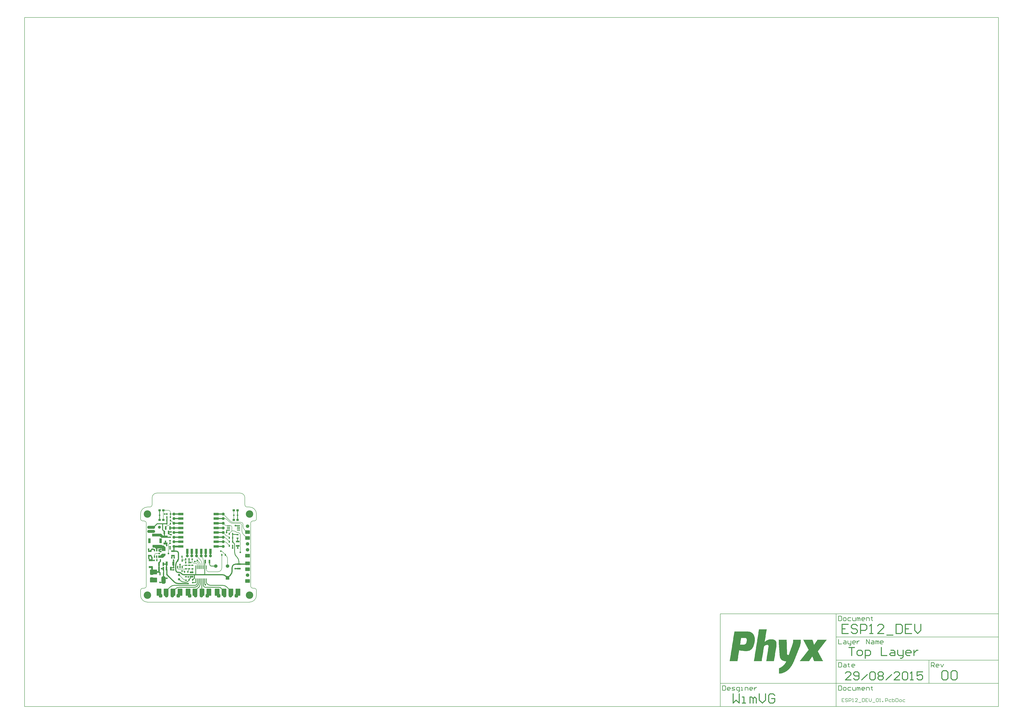
<source format=gtl>
G04 Layer_Physical_Order=1*
G04 Layer_Color=48896*
%FSLAX25Y25*%
%MOIN*%
G70*
G01*
G75*
%ADD10C,0.00787*%
%ADD11C,0.01969*%
%ADD12C,0.01181*%
%ADD13C,0.00787*%
%ADD14C,0.01575*%
%ADD15C,0.02165*%
%ADD16C,0.01378*%
%ADD17C,0.01378*%
%ADD18R,0.02362X0.03937*%
G04:AMPARAMS|DCode=19|XSize=74.8mil|YSize=125.98mil|CornerRadius=0mil|HoleSize=0mil|Usage=FLASHONLY|Rotation=0.000|XOffset=0mil|YOffset=0mil|HoleType=Round|Shape=Octagon|*
%AMOCTAGOND19*
4,1,8,-0.01870,0.06299,0.01870,0.06299,0.03740,0.04429,0.03740,-0.04429,0.01870,-0.06299,-0.01870,-0.06299,-0.03740,-0.04429,-0.03740,0.04429,-0.01870,0.06299,0.0*
%
%ADD19OCTAGOND19*%

%ADD20R,0.02362X0.05512*%
%ADD21R,0.02362X0.07087*%
%ADD22R,0.05906X0.02756*%
%ADD23R,0.03543X0.07087*%
%ADD24R,0.07874X0.04331*%
%ADD25R,0.04331X0.07874*%
%ADD26R,0.02362X0.03543*%
%ADD27R,0.02756X0.05906*%
%ADD28R,0.01378X0.06299*%
G04:AMPARAMS|DCode=29|XSize=82.68mil|YSize=59.06mil|CornerRadius=7.38mil|HoleSize=0mil|Usage=FLASHONLY|Rotation=180.000|XOffset=0mil|YOffset=0mil|HoleType=Round|Shape=RoundedRectangle|*
%AMROUNDEDRECTD29*
21,1,0.08268,0.04429,0,0,180.0*
21,1,0.06791,0.05906,0,0,180.0*
1,1,0.01476,-0.03396,0.02215*
1,1,0.01476,0.03396,0.02215*
1,1,0.01476,0.03396,-0.02215*
1,1,0.01476,-0.03396,-0.02215*
%
%ADD29ROUNDEDRECTD29*%
G04:AMPARAMS|DCode=30|XSize=118.11mil|YSize=78.74mil|CornerRadius=3.94mil|HoleSize=0mil|Usage=FLASHONLY|Rotation=90.000|XOffset=0mil|YOffset=0mil|HoleType=Round|Shape=RoundedRectangle|*
%AMROUNDEDRECTD30*
21,1,0.11811,0.07087,0,0,90.0*
21,1,0.11024,0.07874,0,0,90.0*
1,1,0.00787,0.03543,0.05512*
1,1,0.00787,0.03543,-0.05512*
1,1,0.00787,-0.03543,-0.05512*
1,1,0.00787,-0.03543,0.05512*
%
%ADD30ROUNDEDRECTD30*%
%ADD31R,0.03543X0.02362*%
G04:AMPARAMS|DCode=32|XSize=118.11mil|YSize=78.74mil|CornerRadius=3.94mil|HoleSize=0mil|Usage=FLASHONLY|Rotation=180.000|XOffset=0mil|YOffset=0mil|HoleType=Round|Shape=RoundedRectangle|*
%AMROUNDEDRECTD32*
21,1,0.11811,0.07087,0,0,180.0*
21,1,0.11024,0.07874,0,0,180.0*
1,1,0.00787,-0.05512,0.03543*
1,1,0.00787,0.05512,0.03543*
1,1,0.00787,0.05512,-0.03543*
1,1,0.00787,-0.05512,-0.03543*
%
%ADD32ROUNDEDRECTD32*%
%ADD33R,0.03937X0.03543*%
%ADD34R,0.03937X0.08858*%
%ADD35R,0.08858X0.03937*%
%ADD36R,0.05315X0.01575*%
%ADD37R,0.07087X0.03543*%
%ADD38C,0.05118*%
%ADD39C,0.03150*%
%ADD40C,0.02756*%
%ADD41C,0.00984*%
%ADD42C,0.05118*%
%ADD43R,0.05906X0.05906*%
%ADD44C,0.05906*%
G04:AMPARAMS|DCode=45|XSize=59.06mil|YSize=59.06mil|CornerRadius=14.76mil|HoleSize=0mil|Usage=FLASHONLY|Rotation=180.000|XOffset=0mil|YOffset=0mil|HoleType=Round|Shape=RoundedRectangle|*
%AMROUNDEDRECTD45*
21,1,0.05906,0.02953,0,0,180.0*
21,1,0.02953,0.05906,0,0,180.0*
1,1,0.02953,-0.01476,0.01476*
1,1,0.02953,0.01476,0.01476*
1,1,0.02953,0.01476,-0.01476*
1,1,0.02953,-0.01476,-0.01476*
%
%ADD45ROUNDEDRECTD45*%
G04:AMPARAMS|DCode=46|XSize=59.06mil|YSize=59.06mil|CornerRadius=14.76mil|HoleSize=0mil|Usage=FLASHONLY|Rotation=90.000|XOffset=0mil|YOffset=0mil|HoleType=Round|Shape=RoundedRectangle|*
%AMROUNDEDRECTD46*
21,1,0.05906,0.02953,0,0,90.0*
21,1,0.02953,0.05906,0,0,90.0*
1,1,0.02953,0.01476,0.01476*
1,1,0.02953,0.01476,-0.01476*
1,1,0.02953,-0.01476,-0.01476*
1,1,0.02953,-0.01476,0.01476*
%
%ADD46ROUNDEDRECTD46*%
%ADD47C,0.05906*%
%ADD48R,0.05906X0.05906*%
%ADD49C,0.12598*%
%ADD50C,0.03937*%
%ADD51C,0.02756*%
G36*
X42323Y79429D02*
X38189Y75295D01*
X30118Y75295D01*
Y79232D01*
X33268D01*
X36319Y82284D01*
X42323D01*
X42323Y79429D01*
D02*
G37*
G36*
X37008Y96063D02*
X39370Y96063D01*
X42520Y92913D01*
Y87008D01*
X36220D01*
Y91339D01*
X28740D01*
Y86221D01*
X26378D01*
Y90551D01*
X24409Y92520D01*
X20472D01*
Y97244D01*
X35827D01*
X37008Y96063D01*
D02*
G37*
G36*
X38189Y112992D02*
X46063D01*
Y109055D01*
X35433D01*
X33071Y111417D01*
X19685Y111417D01*
Y116142D01*
X35039Y116142D01*
X38189Y112992D01*
D02*
G37*
G36*
X1121080Y-64032D02*
Y-64318D01*
Y-64605D01*
Y-64891D01*
Y-65177D01*
Y-65464D01*
Y-65750D01*
Y-66036D01*
Y-66322D01*
Y-66609D01*
Y-66895D01*
Y-67181D01*
Y-67468D01*
Y-67754D01*
Y-68040D01*
Y-68327D01*
Y-68613D01*
Y-68899D01*
Y-69186D01*
Y-69472D01*
Y-69758D01*
X1120793D01*
Y-70044D01*
Y-70331D01*
Y-70617D01*
Y-70903D01*
Y-71190D01*
X1120507D01*
Y-71476D01*
Y-71762D01*
Y-72049D01*
Y-72335D01*
X1120221D01*
Y-72621D01*
Y-72908D01*
Y-73194D01*
Y-73480D01*
X1119934D01*
Y-73767D01*
Y-74053D01*
Y-74339D01*
X1119648D01*
Y-74625D01*
Y-74912D01*
Y-75198D01*
X1119362D01*
Y-75485D01*
Y-75771D01*
Y-76057D01*
X1119075D01*
Y-76343D01*
Y-76630D01*
Y-76916D01*
X1118789D01*
Y-77202D01*
Y-77489D01*
X1118503D01*
Y-77775D01*
Y-78061D01*
X1118217D01*
Y-78348D01*
Y-78634D01*
Y-78920D01*
X1117930D01*
Y-79207D01*
Y-79493D01*
X1117644D01*
Y-79779D01*
Y-80066D01*
Y-80352D01*
X1117358D01*
Y-80638D01*
Y-80924D01*
X1117071D01*
Y-81211D01*
Y-81497D01*
Y-81783D01*
X1116785D01*
Y-82070D01*
Y-82356D01*
X1116499D01*
Y-82642D01*
Y-82929D01*
Y-83215D01*
X1116212D01*
Y-83501D01*
Y-83788D01*
X1115926D01*
Y-84074D01*
Y-84360D01*
Y-84646D01*
X1115640D01*
Y-84933D01*
Y-85219D01*
X1115353D01*
Y-85505D01*
Y-85792D01*
Y-86078D01*
X1115067D01*
Y-86364D01*
Y-86651D01*
X1114781D01*
Y-86937D01*
Y-87223D01*
Y-87510D01*
X1114494D01*
Y-87796D01*
Y-88082D01*
X1114208D01*
Y-88369D01*
Y-88655D01*
Y-88941D01*
X1113922D01*
Y-89227D01*
Y-89514D01*
X1113636D01*
Y-89800D01*
Y-90086D01*
Y-90373D01*
X1113349D01*
Y-90659D01*
Y-90945D01*
X1113063D01*
Y-91232D01*
Y-91518D01*
Y-91804D01*
X1112776D01*
Y-92091D01*
Y-92377D01*
X1112490D01*
Y-92663D01*
Y-92950D01*
Y-93236D01*
X1112204D01*
Y-93522D01*
Y-93809D01*
X1111918D01*
Y-94095D01*
Y-94381D01*
Y-94667D01*
X1111631D01*
Y-94954D01*
Y-95240D01*
X1111345D01*
Y-95526D01*
Y-95813D01*
Y-96099D01*
X1111059D01*
Y-96385D01*
Y-96672D01*
X1110772D01*
Y-96958D01*
Y-97244D01*
Y-97531D01*
X1110486D01*
Y-97817D01*
Y-98103D01*
X1110200D01*
Y-98390D01*
Y-98676D01*
Y-98962D01*
X1109913D01*
Y-99248D01*
Y-99535D01*
X1109627D01*
Y-99821D01*
Y-100107D01*
Y-100394D01*
X1109341D01*
Y-100680D01*
Y-100966D01*
X1109054D01*
Y-101253D01*
Y-101539D01*
X1108768D01*
Y-101825D01*
Y-102112D01*
X1108482D01*
Y-102398D01*
Y-102684D01*
Y-102971D01*
X1108195D01*
Y-103257D01*
X1107909D01*
Y-103543D01*
Y-103829D01*
Y-104116D01*
X1107623D01*
Y-104402D01*
X1107337D01*
Y-104688D01*
Y-104975D01*
X1107050D01*
Y-105261D01*
Y-105547D01*
X1106764D01*
Y-105834D01*
Y-106120D01*
X1106478D01*
Y-106406D01*
Y-106693D01*
X1106191D01*
Y-106979D01*
X1105905D01*
Y-107265D01*
Y-107552D01*
X1105619D01*
Y-107838D01*
Y-108124D01*
X1105332D01*
Y-108411D01*
X1105046D01*
Y-108697D01*
X1104760D01*
Y-108983D01*
Y-109269D01*
X1104473D01*
Y-109556D01*
X1104187D01*
Y-109842D01*
Y-110128D01*
X1103901D01*
Y-110415D01*
X1103615D01*
Y-110701D01*
X1103328D01*
Y-110987D01*
Y-111274D01*
X1103042D01*
Y-111560D01*
X1102756D01*
Y-111846D01*
X1102469D01*
Y-112133D01*
X1102183D01*
Y-112419D01*
X1101897D01*
Y-112705D01*
Y-112991D01*
X1101610D01*
Y-113278D01*
X1101324D01*
Y-113564D01*
X1101038D01*
Y-113850D01*
X1100751D01*
Y-114137D01*
X1100465D01*
Y-114423D01*
X1100179D01*
Y-114709D01*
X1099892D01*
Y-114996D01*
X1099320D01*
Y-115282D01*
X1099034D01*
Y-115568D01*
X1098747D01*
Y-115855D01*
X1098461D01*
Y-116141D01*
X1098175D01*
Y-116427D01*
X1097602D01*
Y-116714D01*
X1097316D01*
Y-117000D01*
X1096743D01*
Y-117286D01*
X1096457D01*
Y-117572D01*
X1095884D01*
Y-117859D01*
X1095598D01*
Y-118145D01*
X1095025D01*
Y-118431D01*
X1094452D01*
Y-118718D01*
X1093880D01*
Y-119004D01*
X1093307D01*
Y-119290D01*
X1092735D01*
Y-119577D01*
X1091876D01*
Y-119863D01*
X1091303D01*
Y-120149D01*
X1090444D01*
Y-120436D01*
X1089299D01*
Y-120722D01*
X1088154D01*
Y-121008D01*
X1086436D01*
Y-121294D01*
X1084432D01*
Y-121581D01*
X1084145D01*
Y-121294D01*
Y-121008D01*
Y-120722D01*
Y-120436D01*
Y-120149D01*
Y-119863D01*
Y-119577D01*
Y-119290D01*
Y-119004D01*
Y-118718D01*
Y-118431D01*
Y-118145D01*
Y-117859D01*
Y-117572D01*
Y-117286D01*
Y-117000D01*
Y-116714D01*
Y-116427D01*
Y-116141D01*
Y-115855D01*
Y-115568D01*
Y-115282D01*
Y-114996D01*
Y-114709D01*
Y-114423D01*
Y-114137D01*
Y-113850D01*
Y-113564D01*
Y-113278D01*
Y-112991D01*
Y-112705D01*
Y-112419D01*
Y-112133D01*
X1084718D01*
Y-111846D01*
X1085291D01*
Y-111560D01*
X1085863D01*
Y-111274D01*
X1086436D01*
Y-110987D01*
X1087008D01*
Y-110701D01*
X1087581D01*
Y-110415D01*
X1087867D01*
Y-110128D01*
X1088440D01*
Y-109842D01*
X1088726D01*
Y-109556D01*
X1089299D01*
Y-109269D01*
X1089585D01*
Y-108983D01*
X1089872D01*
Y-108697D01*
X1090444D01*
Y-108411D01*
X1090730D01*
Y-108124D01*
X1091017D01*
Y-107838D01*
X1091303D01*
Y-107552D01*
X1091589D01*
Y-107265D01*
X1091876D01*
Y-106979D01*
X1092162D01*
Y-106693D01*
X1092448D01*
Y-106406D01*
X1092735D01*
Y-106120D01*
X1093021D01*
Y-105834D01*
X1093307D01*
Y-105547D01*
X1093594D01*
Y-105261D01*
Y-104975D01*
X1093880D01*
Y-104688D01*
X1094166D01*
Y-104402D01*
X1094452D01*
Y-104116D01*
Y-103829D01*
X1094739D01*
Y-103543D01*
X1095025D01*
Y-103257D01*
Y-102971D01*
X1095311D01*
Y-102684D01*
Y-102398D01*
X1095598D01*
Y-102112D01*
X1095884D01*
Y-101825D01*
Y-101539D01*
X1096170D01*
Y-101253D01*
Y-100966D01*
X1096457D01*
Y-100680D01*
Y-100394D01*
X1094739D01*
Y-100107D01*
X1092735D01*
Y-99821D01*
X1091589D01*
Y-99535D01*
X1091017D01*
Y-99248D01*
X1090158D01*
Y-98962D01*
X1089585D01*
Y-98676D01*
X1089299D01*
Y-98390D01*
X1088726D01*
Y-98103D01*
X1088440D01*
Y-97817D01*
X1088154D01*
Y-97531D01*
X1087867D01*
Y-97244D01*
X1087581D01*
Y-96958D01*
X1087295D01*
Y-96672D01*
Y-96385D01*
X1087008D01*
Y-96099D01*
X1086722D01*
Y-95813D01*
Y-95526D01*
X1086436D01*
Y-95240D01*
Y-94954D01*
X1086149D01*
Y-94667D01*
Y-94381D01*
X1085863D01*
Y-94095D01*
Y-93809D01*
Y-93522D01*
X1085577D01*
Y-93236D01*
Y-92950D01*
Y-92663D01*
Y-92377D01*
X1085291D01*
Y-92091D01*
Y-91804D01*
Y-91518D01*
Y-91232D01*
Y-90945D01*
Y-90659D01*
Y-90373D01*
X1085004D01*
Y-90086D01*
Y-89800D01*
Y-89514D01*
Y-89227D01*
Y-88941D01*
Y-88655D01*
Y-88369D01*
Y-88082D01*
Y-87796D01*
Y-87510D01*
Y-87223D01*
Y-86937D01*
Y-86651D01*
Y-86364D01*
Y-86078D01*
X1084718D01*
Y-85792D01*
Y-85505D01*
Y-85219D01*
Y-84933D01*
Y-84646D01*
Y-84360D01*
Y-84074D01*
Y-83788D01*
Y-83501D01*
Y-83215D01*
Y-82929D01*
Y-82642D01*
Y-82356D01*
Y-82070D01*
Y-81783D01*
X1084432D01*
Y-81497D01*
Y-81211D01*
Y-80924D01*
Y-80638D01*
Y-80352D01*
Y-80066D01*
Y-79779D01*
Y-79493D01*
Y-79207D01*
Y-78920D01*
Y-78634D01*
Y-78348D01*
Y-78061D01*
Y-77775D01*
Y-77489D01*
Y-77202D01*
X1084145D01*
Y-76916D01*
Y-76630D01*
Y-76343D01*
Y-76057D01*
Y-75771D01*
Y-75485D01*
Y-75198D01*
Y-74912D01*
Y-74625D01*
Y-74339D01*
Y-74053D01*
Y-73767D01*
Y-73480D01*
Y-73194D01*
Y-72908D01*
Y-72621D01*
X1083859D01*
Y-72335D01*
Y-72049D01*
Y-71762D01*
Y-71476D01*
Y-71190D01*
Y-70903D01*
Y-70617D01*
Y-70331D01*
Y-70044D01*
Y-69758D01*
Y-69472D01*
Y-69186D01*
Y-68899D01*
Y-68613D01*
X1083573D01*
Y-68327D01*
Y-68040D01*
Y-67754D01*
Y-67468D01*
Y-67181D01*
Y-66895D01*
Y-66609D01*
Y-66322D01*
Y-66036D01*
Y-65750D01*
Y-65464D01*
Y-65177D01*
Y-64891D01*
Y-64605D01*
Y-64318D01*
Y-64032D01*
X1083286D01*
Y-63746D01*
X1097029D01*
Y-64032D01*
Y-64318D01*
Y-64605D01*
Y-64891D01*
Y-65177D01*
Y-65464D01*
Y-65750D01*
Y-66036D01*
Y-66322D01*
Y-66609D01*
Y-66895D01*
Y-67181D01*
Y-67468D01*
Y-67754D01*
X1097316D01*
Y-68040D01*
Y-68327D01*
Y-68613D01*
Y-68899D01*
Y-69186D01*
Y-69472D01*
Y-69758D01*
Y-70044D01*
Y-70331D01*
Y-70617D01*
Y-70903D01*
Y-71190D01*
Y-71476D01*
Y-71762D01*
Y-72049D01*
Y-72335D01*
Y-72621D01*
Y-72908D01*
Y-73194D01*
Y-73480D01*
Y-73767D01*
Y-74053D01*
Y-74339D01*
Y-74625D01*
Y-74912D01*
Y-75198D01*
Y-75485D01*
Y-75771D01*
Y-76057D01*
Y-76343D01*
Y-76630D01*
Y-76916D01*
Y-77202D01*
Y-77489D01*
Y-77775D01*
Y-78061D01*
Y-78348D01*
Y-78634D01*
Y-78920D01*
Y-79207D01*
Y-79493D01*
X1097602D01*
Y-79779D01*
X1097316D01*
Y-80066D01*
Y-80352D01*
X1097602D01*
Y-80638D01*
Y-80924D01*
Y-81211D01*
Y-81497D01*
Y-81783D01*
Y-82070D01*
Y-82356D01*
Y-82642D01*
Y-82929D01*
Y-83215D01*
Y-83501D01*
Y-83788D01*
Y-84074D01*
Y-84360D01*
Y-84646D01*
Y-84933D01*
Y-85219D01*
Y-85505D01*
Y-85792D01*
Y-86078D01*
Y-86364D01*
Y-86651D01*
Y-86937D01*
Y-87223D01*
Y-87510D01*
Y-87796D01*
X1097888D01*
Y-88082D01*
Y-88369D01*
Y-88655D01*
X1098175D01*
Y-88941D01*
X1098461D01*
Y-89227D01*
X1098747D01*
Y-89514D01*
X1099606D01*
Y-89800D01*
X1100465D01*
Y-89514D01*
X1100751D01*
Y-89227D01*
Y-88941D01*
Y-88655D01*
X1101038D01*
Y-88369D01*
Y-88082D01*
X1101324D01*
Y-87796D01*
Y-87510D01*
Y-87223D01*
X1101610D01*
Y-86937D01*
Y-86651D01*
Y-86364D01*
X1101897D01*
Y-86078D01*
Y-85792D01*
Y-85505D01*
X1102183D01*
Y-85219D01*
Y-84933D01*
Y-84646D01*
X1102469D01*
Y-84360D01*
Y-84074D01*
X1102756D01*
Y-83788D01*
Y-83501D01*
Y-83215D01*
X1103042D01*
Y-82929D01*
Y-82642D01*
Y-82356D01*
X1103328D01*
Y-82070D01*
Y-81783D01*
Y-81497D01*
X1103615D01*
Y-81211D01*
Y-80924D01*
X1103901D01*
Y-80638D01*
Y-80352D01*
Y-80066D01*
X1104187D01*
Y-79779D01*
Y-79493D01*
Y-79207D01*
X1104473D01*
Y-78920D01*
Y-78634D01*
Y-78348D01*
X1104760D01*
Y-78061D01*
Y-77775D01*
X1105046D01*
Y-77489D01*
Y-77202D01*
Y-76916D01*
X1105332D01*
Y-76630D01*
Y-76343D01*
Y-76057D01*
X1105619D01*
Y-75771D01*
Y-75485D01*
Y-75198D01*
X1105905D01*
Y-74912D01*
Y-74625D01*
X1106191D01*
Y-74339D01*
Y-74053D01*
Y-73767D01*
X1106478D01*
Y-73480D01*
Y-73194D01*
Y-72908D01*
X1106764D01*
Y-72621D01*
Y-72335D01*
Y-72049D01*
X1107050D01*
Y-71762D01*
Y-71476D01*
Y-71190D01*
Y-70903D01*
X1107337D01*
Y-70617D01*
Y-70331D01*
Y-70044D01*
Y-69758D01*
X1107623D01*
Y-69472D01*
Y-69186D01*
Y-68899D01*
Y-68613D01*
Y-68327D01*
X1107909D01*
Y-68040D01*
Y-67754D01*
Y-67468D01*
Y-67181D01*
Y-66895D01*
Y-66609D01*
X1108195D01*
Y-66322D01*
Y-66036D01*
Y-65750D01*
Y-65464D01*
Y-65177D01*
Y-64891D01*
Y-64605D01*
Y-64318D01*
Y-64032D01*
Y-63746D01*
X1121080D01*
Y-64032D01*
D02*
G37*
G36*
X1063244Y-46567D02*
Y-46853D01*
X1062958D01*
Y-47139D01*
Y-47426D01*
Y-47712D01*
Y-47998D01*
Y-48285D01*
Y-48571D01*
X1062672D01*
Y-48857D01*
Y-49144D01*
Y-49430D01*
Y-49716D01*
Y-50003D01*
Y-50289D01*
X1062385D01*
Y-50575D01*
Y-50862D01*
Y-51148D01*
Y-51434D01*
Y-51720D01*
Y-52007D01*
Y-52293D01*
X1062099D01*
Y-52579D01*
Y-52866D01*
Y-53152D01*
Y-53438D01*
Y-53725D01*
Y-54011D01*
X1061813D01*
Y-54297D01*
Y-54584D01*
Y-54870D01*
Y-55156D01*
Y-55443D01*
Y-55729D01*
X1061526D01*
Y-56015D01*
Y-56301D01*
Y-56588D01*
Y-56874D01*
Y-57161D01*
Y-57447D01*
Y-57733D01*
X1061240D01*
Y-58019D01*
Y-58306D01*
Y-58592D01*
Y-58878D01*
Y-59165D01*
Y-59451D01*
X1060954D01*
Y-59737D01*
Y-60024D01*
Y-60310D01*
Y-60596D01*
Y-60883D01*
Y-61169D01*
X1060668D01*
Y-61455D01*
Y-61742D01*
Y-62028D01*
Y-62314D01*
Y-62600D01*
Y-62887D01*
X1060381D01*
Y-63173D01*
Y-63459D01*
Y-63746D01*
Y-64032D01*
Y-64318D01*
Y-64605D01*
Y-64891D01*
X1060095D01*
Y-65177D01*
Y-65464D01*
Y-65750D01*
Y-66036D01*
Y-66322D01*
Y-66609D01*
X1059809D01*
Y-66895D01*
Y-67181D01*
X1060381D01*
Y-66895D01*
X1060668D01*
Y-66609D01*
X1060954D01*
Y-66322D01*
X1061526D01*
Y-66036D01*
X1061813D01*
Y-65750D01*
X1062099D01*
Y-65464D01*
X1062672D01*
Y-65177D01*
X1063244D01*
Y-64891D01*
X1063531D01*
Y-64605D01*
X1064103D01*
Y-64318D01*
X1064962D01*
Y-64032D01*
X1065535D01*
Y-63746D01*
X1066394D01*
Y-63459D01*
X1067825D01*
Y-63173D01*
X1074124D01*
Y-63459D01*
X1075270D01*
Y-63746D01*
X1076128D01*
Y-64032D01*
X1076701D01*
Y-64318D01*
X1076987D01*
Y-64605D01*
X1077560D01*
Y-64891D01*
X1077846D01*
Y-65177D01*
X1078133D01*
Y-65464D01*
X1078419D01*
Y-65750D01*
X1078705D01*
Y-66036D01*
Y-66322D01*
X1078992D01*
Y-66609D01*
Y-66895D01*
X1079278D01*
Y-67181D01*
Y-67468D01*
Y-67754D01*
X1079564D01*
Y-68040D01*
Y-68327D01*
Y-68613D01*
Y-68899D01*
X1079850D01*
Y-69186D01*
Y-69472D01*
Y-69758D01*
Y-70044D01*
Y-70331D01*
Y-70617D01*
Y-70903D01*
Y-71190D01*
Y-71476D01*
Y-71762D01*
Y-72049D01*
Y-72335D01*
Y-72621D01*
Y-72908D01*
Y-73194D01*
Y-73480D01*
Y-73767D01*
Y-74053D01*
X1079564D01*
Y-74339D01*
Y-74625D01*
Y-74912D01*
Y-75198D01*
Y-75485D01*
Y-75771D01*
Y-76057D01*
X1079278D01*
Y-76343D01*
Y-76630D01*
Y-76916D01*
Y-77202D01*
Y-77489D01*
Y-77775D01*
Y-78061D01*
X1078992D01*
Y-78348D01*
Y-78634D01*
Y-78920D01*
Y-79207D01*
Y-79493D01*
Y-79779D01*
X1078705D01*
Y-80066D01*
Y-80352D01*
Y-80638D01*
Y-80924D01*
Y-81211D01*
Y-81497D01*
X1078419D01*
Y-81783D01*
Y-82070D01*
Y-82356D01*
Y-82642D01*
Y-82929D01*
Y-83215D01*
X1078133D01*
Y-83501D01*
Y-83788D01*
Y-84074D01*
Y-84360D01*
Y-84646D01*
Y-84933D01*
Y-85219D01*
X1077846D01*
Y-85505D01*
Y-85792D01*
Y-86078D01*
Y-86364D01*
Y-86651D01*
Y-86937D01*
X1077560D01*
Y-87223D01*
Y-87510D01*
Y-87796D01*
Y-88082D01*
Y-88369D01*
Y-88655D01*
X1077274D01*
Y-88941D01*
Y-89227D01*
Y-89514D01*
Y-89800D01*
Y-90086D01*
Y-90373D01*
Y-90659D01*
X1076987D01*
Y-90945D01*
Y-91232D01*
Y-91518D01*
Y-91804D01*
Y-92091D01*
Y-92377D01*
X1076701D01*
Y-92663D01*
Y-92950D01*
Y-93236D01*
Y-93522D01*
Y-93809D01*
Y-94095D01*
X1076415D01*
Y-94381D01*
Y-94667D01*
Y-94954D01*
Y-95240D01*
Y-95526D01*
Y-95813D01*
X1076128D01*
Y-96099D01*
Y-96385D01*
Y-96672D01*
Y-96958D01*
Y-97244D01*
Y-97531D01*
Y-97817D01*
X1075842D01*
Y-98103D01*
Y-98390D01*
Y-98676D01*
Y-98962D01*
Y-99248D01*
Y-99535D01*
X1075556D01*
Y-99821D01*
Y-100107D01*
X1062385D01*
Y-99821D01*
Y-99535D01*
X1062672D01*
Y-99248D01*
Y-98962D01*
Y-98676D01*
Y-98390D01*
Y-98103D01*
Y-97817D01*
X1062958D01*
Y-97531D01*
Y-97244D01*
Y-96958D01*
Y-96672D01*
Y-96385D01*
Y-96099D01*
Y-95813D01*
X1063244D01*
Y-95526D01*
Y-95240D01*
Y-94954D01*
Y-94667D01*
Y-94381D01*
Y-94095D01*
X1063531D01*
Y-93809D01*
Y-93522D01*
Y-93236D01*
Y-92950D01*
Y-92663D01*
Y-92377D01*
X1063817D01*
Y-92091D01*
Y-91804D01*
Y-91518D01*
Y-91232D01*
Y-90945D01*
Y-90659D01*
Y-90373D01*
X1064103D01*
Y-90086D01*
Y-89800D01*
Y-89514D01*
Y-89227D01*
Y-88941D01*
Y-88655D01*
X1064390D01*
Y-88369D01*
Y-88082D01*
Y-87796D01*
Y-87510D01*
Y-87223D01*
Y-86937D01*
Y-86651D01*
X1064676D01*
Y-86364D01*
Y-86078D01*
Y-85792D01*
Y-85505D01*
Y-85219D01*
Y-84933D01*
X1064962D01*
Y-84646D01*
Y-84360D01*
Y-84074D01*
Y-83788D01*
Y-83501D01*
Y-83215D01*
X1065249D01*
Y-82929D01*
Y-82642D01*
Y-82356D01*
Y-82070D01*
Y-81783D01*
Y-81497D01*
X1065535D01*
Y-81211D01*
Y-80924D01*
Y-80638D01*
Y-80352D01*
Y-80066D01*
Y-79779D01*
Y-79493D01*
X1065821D01*
Y-79207D01*
Y-78920D01*
Y-78634D01*
Y-78348D01*
Y-78061D01*
Y-77775D01*
X1066107D01*
Y-77489D01*
Y-77202D01*
Y-76916D01*
Y-76630D01*
Y-76343D01*
Y-76057D01*
Y-75771D01*
X1066394D01*
Y-75485D01*
Y-75198D01*
Y-74912D01*
Y-74625D01*
Y-74339D01*
Y-74053D01*
X1066107D01*
Y-73767D01*
Y-73480D01*
X1065821D01*
Y-73194D01*
X1065535D01*
Y-72908D01*
X1064962D01*
Y-72621D01*
X1063244D01*
Y-72908D01*
X1061813D01*
Y-73194D01*
X1060954D01*
Y-73480D01*
X1060381D01*
Y-73767D01*
X1060095D01*
Y-74053D01*
X1059522D01*
Y-74339D01*
X1059236D01*
Y-74625D01*
X1058950D01*
Y-74912D01*
Y-75198D01*
X1058663D01*
Y-75485D01*
Y-75771D01*
Y-76057D01*
X1058377D01*
Y-76343D01*
Y-76630D01*
Y-76916D01*
Y-77202D01*
Y-77489D01*
Y-77775D01*
X1058091D01*
Y-78061D01*
Y-78348D01*
Y-78634D01*
Y-78920D01*
Y-79207D01*
Y-79493D01*
Y-79779D01*
X1057804D01*
Y-80066D01*
Y-80352D01*
Y-80638D01*
Y-80924D01*
Y-81211D01*
Y-81497D01*
X1057518D01*
Y-81783D01*
Y-82070D01*
Y-82356D01*
Y-82642D01*
Y-82929D01*
Y-83215D01*
X1057232D01*
Y-83501D01*
Y-83788D01*
Y-84074D01*
Y-84360D01*
Y-84646D01*
Y-84933D01*
X1056946D01*
Y-85219D01*
Y-85505D01*
Y-85792D01*
Y-86078D01*
Y-86364D01*
Y-86651D01*
Y-86937D01*
X1056659D01*
Y-87223D01*
Y-87510D01*
Y-87796D01*
Y-88082D01*
Y-88369D01*
Y-88655D01*
X1056373D01*
Y-88941D01*
Y-89227D01*
Y-89514D01*
Y-89800D01*
Y-90086D01*
Y-90373D01*
X1056087D01*
Y-90659D01*
Y-90945D01*
Y-91232D01*
Y-91518D01*
Y-91804D01*
Y-92091D01*
Y-92377D01*
X1055800D01*
Y-92663D01*
Y-92950D01*
Y-93236D01*
Y-93522D01*
Y-93809D01*
Y-94095D01*
X1055514D01*
Y-94381D01*
Y-94667D01*
Y-94954D01*
Y-95240D01*
Y-95526D01*
Y-95813D01*
X1055228D01*
Y-96099D01*
Y-96385D01*
Y-96672D01*
Y-96958D01*
Y-97244D01*
Y-97531D01*
X1054941D01*
Y-97817D01*
Y-98103D01*
Y-98390D01*
Y-98676D01*
Y-98962D01*
Y-99248D01*
Y-99535D01*
X1054655D01*
Y-99821D01*
Y-100107D01*
X1041485D01*
Y-99821D01*
Y-99535D01*
X1041771D01*
Y-99248D01*
Y-98962D01*
Y-98676D01*
Y-98390D01*
Y-98103D01*
Y-97817D01*
Y-97531D01*
X1042057D01*
Y-97244D01*
Y-96958D01*
Y-96672D01*
Y-96385D01*
Y-96099D01*
Y-95813D01*
X1042344D01*
Y-95526D01*
Y-95240D01*
Y-94954D01*
Y-94667D01*
Y-94381D01*
Y-94095D01*
X1042630D01*
Y-93809D01*
Y-93522D01*
Y-93236D01*
Y-92950D01*
Y-92663D01*
Y-92377D01*
Y-92091D01*
X1042916D01*
Y-91804D01*
Y-91518D01*
Y-91232D01*
Y-90945D01*
Y-90659D01*
Y-90373D01*
X1043202D01*
Y-90086D01*
Y-89800D01*
Y-89514D01*
Y-89227D01*
Y-88941D01*
Y-88655D01*
X1043489D01*
Y-88369D01*
Y-88082D01*
Y-87796D01*
Y-87510D01*
Y-87223D01*
Y-86937D01*
X1043775D01*
Y-86651D01*
Y-86364D01*
Y-86078D01*
Y-85792D01*
Y-85505D01*
Y-85219D01*
Y-84933D01*
X1044061D01*
Y-84646D01*
Y-84360D01*
Y-84074D01*
Y-83788D01*
Y-83501D01*
Y-83215D01*
X1044348D01*
Y-82929D01*
Y-82642D01*
Y-82356D01*
Y-82070D01*
Y-81783D01*
Y-81497D01*
X1044634D01*
Y-81211D01*
Y-80924D01*
Y-80638D01*
Y-80352D01*
Y-80066D01*
Y-79779D01*
Y-79493D01*
X1044920D01*
Y-79207D01*
Y-78920D01*
Y-78634D01*
Y-78348D01*
Y-78061D01*
Y-77775D01*
X1045207D01*
Y-77489D01*
Y-77202D01*
Y-76916D01*
Y-76630D01*
Y-76343D01*
Y-76057D01*
X1045493D01*
Y-75771D01*
Y-75485D01*
Y-75198D01*
Y-74912D01*
Y-74625D01*
Y-74339D01*
X1045779D01*
Y-74053D01*
Y-73767D01*
Y-73480D01*
Y-73194D01*
Y-72908D01*
Y-72621D01*
Y-72335D01*
X1046066D01*
Y-72049D01*
Y-71762D01*
Y-71476D01*
Y-71190D01*
Y-70903D01*
Y-70617D01*
X1046352D01*
Y-70331D01*
Y-70044D01*
Y-69758D01*
Y-69472D01*
Y-69186D01*
Y-68899D01*
X1046638D01*
Y-68613D01*
Y-68327D01*
Y-68040D01*
Y-67754D01*
Y-67468D01*
Y-67181D01*
X1046925D01*
Y-66895D01*
Y-66609D01*
Y-66322D01*
Y-66036D01*
Y-65750D01*
Y-65464D01*
Y-65177D01*
X1047211D01*
Y-64891D01*
Y-64605D01*
Y-64318D01*
Y-64032D01*
Y-63746D01*
Y-63459D01*
X1047497D01*
Y-63173D01*
Y-62887D01*
Y-62600D01*
Y-62314D01*
Y-62028D01*
Y-61742D01*
X1047783D01*
Y-61455D01*
Y-61169D01*
Y-60883D01*
Y-60596D01*
Y-60310D01*
Y-60024D01*
Y-59737D01*
X1048070D01*
Y-59451D01*
Y-59165D01*
Y-58878D01*
Y-58592D01*
Y-58306D01*
Y-58019D01*
X1048356D01*
Y-57733D01*
Y-57447D01*
Y-57161D01*
Y-56874D01*
Y-56588D01*
Y-56301D01*
X1048642D01*
Y-56015D01*
Y-55729D01*
Y-55443D01*
Y-55156D01*
Y-54870D01*
Y-54584D01*
X1048929D01*
Y-54297D01*
Y-54011D01*
Y-53725D01*
Y-53438D01*
Y-53152D01*
Y-52866D01*
Y-52579D01*
X1049215D01*
Y-52293D01*
Y-52007D01*
Y-51720D01*
Y-51434D01*
Y-51148D01*
Y-50862D01*
X1049501D01*
Y-50575D01*
Y-50289D01*
Y-50003D01*
Y-49716D01*
Y-49430D01*
Y-49144D01*
X1049788D01*
Y-48857D01*
Y-48571D01*
Y-48285D01*
Y-47998D01*
Y-47712D01*
Y-47426D01*
Y-47139D01*
X1050074D01*
Y-46853D01*
Y-46567D01*
Y-46281D01*
X1063244D01*
Y-46567D01*
D02*
G37*
G36*
X1032036Y-50003D02*
X1033754D01*
Y-50289D01*
X1034613D01*
Y-50575D01*
X1035472D01*
Y-50862D01*
X1036331D01*
Y-51148D01*
X1036904D01*
Y-51434D01*
X1037190D01*
Y-51720D01*
X1037763D01*
Y-52007D01*
X1038049D01*
Y-52293D01*
X1038622D01*
Y-52579D01*
X1038908D01*
Y-52866D01*
X1039194D01*
Y-53152D01*
X1039480D01*
Y-53438D01*
X1039767D01*
Y-53725D01*
X1040053D01*
Y-54011D01*
X1040339D01*
Y-54297D01*
Y-54584D01*
X1040626D01*
Y-54870D01*
X1040912D01*
Y-55156D01*
Y-55443D01*
X1041198D01*
Y-55729D01*
X1041485D01*
Y-56015D01*
Y-56301D01*
X1041771D01*
Y-56588D01*
Y-56874D01*
Y-57161D01*
X1042057D01*
Y-57447D01*
Y-57733D01*
Y-58019D01*
X1042344D01*
Y-58306D01*
Y-58592D01*
Y-58878D01*
Y-59165D01*
X1042630D01*
Y-59451D01*
Y-59737D01*
Y-60024D01*
Y-60310D01*
Y-60596D01*
X1042916D01*
Y-60883D01*
Y-61169D01*
Y-61455D01*
Y-61742D01*
Y-62028D01*
Y-62314D01*
Y-62600D01*
Y-62887D01*
Y-63173D01*
Y-63459D01*
Y-63746D01*
Y-64032D01*
Y-64318D01*
Y-64605D01*
Y-64891D01*
Y-65177D01*
Y-65464D01*
Y-65750D01*
Y-66036D01*
Y-66322D01*
X1042630D01*
Y-66609D01*
Y-66895D01*
Y-67181D01*
Y-67468D01*
Y-67754D01*
Y-68040D01*
Y-68327D01*
X1042344D01*
Y-68613D01*
Y-68899D01*
Y-69186D01*
Y-69472D01*
Y-69758D01*
X1042057D01*
Y-70044D01*
Y-70331D01*
Y-70617D01*
Y-70903D01*
Y-71190D01*
X1041771D01*
Y-71476D01*
Y-71762D01*
Y-72049D01*
X1041485D01*
Y-72335D01*
Y-72621D01*
Y-72908D01*
Y-73194D01*
X1041198D01*
Y-73480D01*
Y-73767D01*
Y-74053D01*
X1040912D01*
Y-74339D01*
Y-74625D01*
X1040626D01*
Y-74912D01*
Y-75198D01*
Y-75485D01*
X1040339D01*
Y-75771D01*
Y-76057D01*
X1040053D01*
Y-76343D01*
Y-76630D01*
X1039767D01*
Y-76916D01*
Y-77202D01*
X1039480D01*
Y-77489D01*
X1039194D01*
Y-77775D01*
Y-78061D01*
X1038908D01*
Y-78348D01*
X1038622D01*
Y-78634D01*
X1038335D01*
Y-78920D01*
Y-79207D01*
X1038049D01*
Y-79493D01*
X1037763D01*
Y-79779D01*
X1037476D01*
Y-80066D01*
X1037190D01*
Y-80352D01*
X1036904D01*
Y-80638D01*
X1036331D01*
Y-80924D01*
X1036045D01*
Y-81211D01*
X1035472D01*
Y-81497D01*
X1035186D01*
Y-81783D01*
X1034613D01*
Y-82070D01*
X1033754D01*
Y-82356D01*
X1032895D01*
Y-82642D01*
X1032036D01*
Y-82929D01*
X1030318D01*
Y-83215D01*
X1025165D01*
Y-82929D01*
X1022588D01*
Y-82642D01*
X1020584D01*
Y-82356D01*
X1019152D01*
Y-82070D01*
X1017721D01*
Y-81783D01*
X1016289D01*
Y-82070D01*
Y-82356D01*
Y-82642D01*
Y-82929D01*
Y-83215D01*
Y-83501D01*
Y-83788D01*
X1016003D01*
Y-84074D01*
Y-84360D01*
Y-84646D01*
Y-84933D01*
Y-85219D01*
Y-85505D01*
X1015716D01*
Y-85792D01*
Y-86078D01*
Y-86364D01*
Y-86651D01*
Y-86937D01*
Y-87223D01*
X1015430D01*
Y-87510D01*
Y-87796D01*
Y-88082D01*
Y-88369D01*
Y-88655D01*
Y-88941D01*
Y-89227D01*
X1015144D01*
Y-89514D01*
Y-89800D01*
Y-90086D01*
Y-90373D01*
Y-90659D01*
Y-90945D01*
X1014857D01*
Y-91232D01*
Y-91518D01*
Y-91804D01*
Y-92091D01*
Y-92377D01*
Y-92663D01*
X1014571D01*
Y-92950D01*
Y-93236D01*
Y-93522D01*
Y-93809D01*
Y-94095D01*
Y-94381D01*
Y-94667D01*
X1014285D01*
Y-94954D01*
Y-95240D01*
Y-95526D01*
Y-95813D01*
Y-96099D01*
Y-96385D01*
X1013999D01*
Y-96672D01*
Y-96958D01*
Y-97244D01*
Y-97531D01*
Y-97817D01*
Y-98103D01*
X1013712D01*
Y-98390D01*
Y-98676D01*
Y-98962D01*
Y-99248D01*
Y-99535D01*
Y-99821D01*
Y-100107D01*
X1000256D01*
Y-99821D01*
X1000542D01*
Y-99535D01*
Y-99248D01*
Y-98962D01*
Y-98676D01*
Y-98390D01*
X1000828D01*
Y-98103D01*
Y-97817D01*
Y-97531D01*
Y-97244D01*
Y-96958D01*
Y-96672D01*
Y-96385D01*
X1001114D01*
Y-96099D01*
Y-95813D01*
Y-95526D01*
Y-95240D01*
Y-94954D01*
Y-94667D01*
X1001401D01*
Y-94381D01*
Y-94095D01*
Y-93809D01*
Y-93522D01*
Y-93236D01*
Y-92950D01*
X1001687D01*
Y-92663D01*
Y-92377D01*
Y-92091D01*
Y-91804D01*
Y-91518D01*
Y-91232D01*
Y-90945D01*
X1001974D01*
Y-90659D01*
Y-90373D01*
Y-90086D01*
Y-89800D01*
Y-89514D01*
Y-89227D01*
X1002260D01*
Y-88941D01*
Y-88655D01*
Y-88369D01*
Y-88082D01*
Y-87796D01*
Y-87510D01*
X1002546D01*
Y-87223D01*
Y-86937D01*
Y-86651D01*
Y-86364D01*
Y-86078D01*
Y-85792D01*
X1002832D01*
Y-85505D01*
Y-85219D01*
Y-84933D01*
Y-84646D01*
Y-84360D01*
Y-84074D01*
Y-83788D01*
X1003119D01*
Y-83501D01*
Y-83215D01*
Y-82929D01*
Y-82642D01*
Y-82356D01*
Y-82070D01*
X1003405D01*
Y-81783D01*
Y-81497D01*
Y-81211D01*
Y-80924D01*
Y-80638D01*
Y-80352D01*
X1003691D01*
Y-80066D01*
Y-79779D01*
Y-79493D01*
Y-79207D01*
Y-78920D01*
Y-78634D01*
X1003978D01*
Y-78348D01*
Y-78061D01*
Y-77775D01*
Y-77489D01*
Y-77202D01*
Y-76916D01*
Y-76630D01*
X1004264D01*
Y-76343D01*
Y-76057D01*
Y-75771D01*
Y-75485D01*
Y-75198D01*
Y-74912D01*
X1004550D01*
Y-74625D01*
Y-74339D01*
Y-74053D01*
Y-73767D01*
Y-73480D01*
Y-73194D01*
X1004837D01*
Y-72908D01*
Y-72621D01*
Y-72335D01*
Y-72049D01*
Y-71762D01*
Y-71476D01*
Y-71190D01*
X1005123D01*
Y-70903D01*
Y-70617D01*
Y-70331D01*
Y-70044D01*
Y-69758D01*
Y-69472D01*
X1005409D01*
Y-69186D01*
Y-68899D01*
Y-68613D01*
Y-68327D01*
Y-68040D01*
Y-67754D01*
X1005696D01*
Y-67468D01*
Y-67181D01*
Y-66895D01*
Y-66609D01*
Y-66322D01*
Y-66036D01*
X1005982D01*
Y-65750D01*
Y-65464D01*
Y-65177D01*
Y-64891D01*
Y-64605D01*
Y-64318D01*
Y-64032D01*
X1006268D01*
Y-63746D01*
Y-63459D01*
Y-63173D01*
Y-62887D01*
Y-62600D01*
Y-62314D01*
X1006555D01*
Y-62028D01*
Y-61742D01*
Y-61455D01*
Y-61169D01*
Y-60883D01*
Y-60596D01*
X1006841D01*
Y-60310D01*
Y-60024D01*
Y-59737D01*
Y-59451D01*
Y-59165D01*
Y-58878D01*
Y-58592D01*
X1007127D01*
Y-58306D01*
Y-58019D01*
Y-57733D01*
Y-57447D01*
Y-57161D01*
Y-56874D01*
X1007413D01*
Y-56588D01*
Y-56301D01*
Y-56015D01*
Y-55729D01*
Y-55443D01*
Y-55156D01*
X1007700D01*
Y-54870D01*
Y-54584D01*
Y-54297D01*
Y-54011D01*
Y-53725D01*
Y-53438D01*
Y-53152D01*
X1007986D01*
Y-52866D01*
Y-52579D01*
Y-52293D01*
Y-52007D01*
Y-51720D01*
Y-51434D01*
X1008272D01*
Y-51148D01*
Y-50862D01*
Y-50575D01*
Y-50289D01*
Y-50003D01*
Y-49716D01*
X1032036D01*
Y-50003D01*
D02*
G37*
G36*
X1165172Y-64032D02*
X1164886D01*
Y-64318D01*
X1164599D01*
Y-64605D01*
Y-64891D01*
X1164313D01*
Y-65177D01*
X1164027D01*
Y-65464D01*
X1163740D01*
Y-65750D01*
Y-66036D01*
X1163454D01*
Y-66322D01*
X1163168D01*
Y-66609D01*
X1162881D01*
Y-66895D01*
X1162595D01*
Y-67181D01*
Y-67468D01*
X1162309D01*
Y-67754D01*
X1162022D01*
Y-68040D01*
X1161736D01*
Y-68327D01*
Y-68613D01*
X1161450D01*
Y-68899D01*
X1161163D01*
Y-69186D01*
X1160877D01*
Y-69472D01*
X1160591D01*
Y-69758D01*
Y-70044D01*
X1160305D01*
Y-70331D01*
X1160018D01*
Y-70617D01*
X1159732D01*
Y-70903D01*
Y-71190D01*
X1159445D01*
Y-71476D01*
X1159159D01*
Y-71762D01*
X1158873D01*
Y-72049D01*
Y-72335D01*
X1158587D01*
Y-72621D01*
X1158300D01*
Y-72908D01*
X1158014D01*
Y-73194D01*
X1157728D01*
Y-73480D01*
Y-73767D01*
X1157441D01*
Y-74053D01*
X1157155D01*
Y-74339D01*
X1156869D01*
Y-74625D01*
Y-74912D01*
X1156582D01*
Y-75198D01*
X1156296D01*
Y-75485D01*
X1156010D01*
Y-75771D01*
Y-76057D01*
X1155723D01*
Y-76343D01*
X1155437D01*
Y-76630D01*
X1155151D01*
Y-76916D01*
X1154865D01*
Y-77202D01*
Y-77489D01*
X1154578D01*
Y-77775D01*
X1154292D01*
Y-78061D01*
X1154006D01*
Y-78348D01*
Y-78634D01*
X1153719D01*
Y-78920D01*
X1153433D01*
Y-79207D01*
X1153147D01*
Y-79493D01*
Y-79779D01*
X1152860D01*
Y-80066D01*
X1152574D01*
Y-80352D01*
X1152288D01*
Y-80638D01*
X1152001D01*
Y-80924D01*
Y-81211D01*
X1151715D01*
Y-81497D01*
X1151429D01*
Y-81783D01*
X1151142D01*
Y-82070D01*
Y-82356D01*
X1150856D01*
Y-82642D01*
X1150570D01*
Y-82929D01*
X1150284D01*
Y-83215D01*
X1149997D01*
Y-83501D01*
Y-83788D01*
X1150284D01*
Y-84074D01*
Y-84360D01*
X1150570D01*
Y-84646D01*
Y-84933D01*
X1150856D01*
Y-85219D01*
X1151142D01*
Y-85505D01*
Y-85792D01*
X1151429D01*
Y-86078D01*
Y-86364D01*
X1151715D01*
Y-86651D01*
Y-86937D01*
X1152001D01*
Y-87223D01*
Y-87510D01*
X1152288D01*
Y-87796D01*
Y-88082D01*
X1152574D01*
Y-88369D01*
Y-88655D01*
X1152860D01*
Y-88941D01*
Y-89227D01*
X1153147D01*
Y-89514D01*
Y-89800D01*
X1153433D01*
Y-90086D01*
X1153719D01*
Y-90373D01*
Y-90659D01*
X1154006D01*
Y-90945D01*
Y-91232D01*
X1154292D01*
Y-91518D01*
Y-91804D01*
X1154578D01*
Y-92091D01*
Y-92377D01*
X1154865D01*
Y-92663D01*
Y-92950D01*
X1155151D01*
Y-93236D01*
Y-93522D01*
X1155437D01*
Y-93809D01*
Y-94095D01*
X1155723D01*
Y-94381D01*
X1156010D01*
Y-94667D01*
Y-94954D01*
X1156296D01*
Y-95240D01*
Y-95526D01*
X1156582D01*
Y-95813D01*
Y-96099D01*
X1156869D01*
Y-96385D01*
Y-96672D01*
X1157155D01*
Y-96958D01*
Y-97244D01*
X1157441D01*
Y-97531D01*
Y-97817D01*
X1157728D01*
Y-98103D01*
Y-98390D01*
X1158014D01*
Y-98676D01*
X1158300D01*
Y-98962D01*
Y-99248D01*
X1158587D01*
Y-99535D01*
Y-99821D01*
X1158873D01*
Y-100107D01*
X1143698D01*
Y-99821D01*
X1143412D01*
Y-99535D01*
Y-99248D01*
Y-98962D01*
X1143126D01*
Y-98676D01*
Y-98390D01*
Y-98103D01*
X1142839D01*
Y-97817D01*
Y-97531D01*
X1142553D01*
Y-97244D01*
Y-96958D01*
Y-96672D01*
X1142267D01*
Y-96385D01*
Y-96099D01*
Y-95813D01*
X1141980D01*
Y-95526D01*
Y-95240D01*
X1141694D01*
Y-94954D01*
Y-94667D01*
Y-94381D01*
X1141408D01*
Y-94095D01*
Y-93809D01*
Y-93522D01*
X1141121D01*
Y-93236D01*
Y-92950D01*
Y-92663D01*
X1140835D01*
Y-92377D01*
X1140263D01*
Y-92663D01*
Y-92950D01*
X1139976D01*
Y-93236D01*
X1139690D01*
Y-93522D01*
Y-93809D01*
X1139404D01*
Y-94095D01*
X1139117D01*
Y-94381D01*
Y-94667D01*
X1138831D01*
Y-94954D01*
X1138545D01*
Y-95240D01*
Y-95526D01*
X1138258D01*
Y-95813D01*
X1137972D01*
Y-96099D01*
X1137686D01*
Y-96385D01*
Y-96672D01*
X1137399D01*
Y-96958D01*
X1137113D01*
Y-97244D01*
Y-97531D01*
X1136827D01*
Y-97817D01*
X1136541D01*
Y-98103D01*
Y-98390D01*
X1136254D01*
Y-98676D01*
X1135968D01*
Y-98962D01*
Y-99248D01*
X1135682D01*
Y-99535D01*
X1135395D01*
Y-99821D01*
Y-100107D01*
X1119362D01*
Y-99821D01*
X1119648D01*
Y-99535D01*
X1119934D01*
Y-99248D01*
X1120221D01*
Y-98962D01*
X1120507D01*
Y-98676D01*
Y-98390D01*
X1120793D01*
Y-98103D01*
X1121080D01*
Y-97817D01*
X1121366D01*
Y-97531D01*
X1121652D01*
Y-97244D01*
Y-96958D01*
X1121939D01*
Y-96672D01*
X1122225D01*
Y-96385D01*
X1122511D01*
Y-96099D01*
Y-95813D01*
X1122797D01*
Y-95526D01*
X1123084D01*
Y-95240D01*
X1123370D01*
Y-94954D01*
X1123656D01*
Y-94667D01*
Y-94381D01*
X1123943D01*
Y-94095D01*
X1124229D01*
Y-93809D01*
X1124515D01*
Y-93522D01*
X1124802D01*
Y-93236D01*
Y-92950D01*
X1125088D01*
Y-92663D01*
X1125374D01*
Y-92377D01*
X1125661D01*
Y-92091D01*
Y-91804D01*
X1125947D01*
Y-91518D01*
X1126233D01*
Y-91232D01*
X1126519D01*
Y-90945D01*
X1126806D01*
Y-90659D01*
Y-90373D01*
X1127092D01*
Y-90086D01*
X1127378D01*
Y-89800D01*
X1127665D01*
Y-89514D01*
Y-89227D01*
X1127951D01*
Y-88941D01*
X1128237D01*
Y-88655D01*
X1128524D01*
Y-88369D01*
X1128810D01*
Y-88082D01*
Y-87796D01*
X1129096D01*
Y-87510D01*
X1129383D01*
Y-87223D01*
X1129669D01*
Y-86937D01*
Y-86651D01*
X1129955D01*
Y-86364D01*
X1130242D01*
Y-86078D01*
X1130528D01*
Y-85792D01*
X1130814D01*
Y-85505D01*
Y-85219D01*
X1131100D01*
Y-84933D01*
X1131387D01*
Y-84646D01*
X1131673D01*
Y-84360D01*
X1131960D01*
Y-84074D01*
Y-83788D01*
X1132246D01*
Y-83501D01*
X1132532D01*
Y-83215D01*
X1132818D01*
Y-82929D01*
Y-82642D01*
X1133105D01*
Y-82356D01*
X1133391D01*
Y-82070D01*
X1133677D01*
Y-81783D01*
X1133964D01*
Y-81497D01*
Y-81211D01*
X1134250D01*
Y-80924D01*
Y-80638D01*
Y-80352D01*
X1133964D01*
Y-80066D01*
X1133677D01*
Y-79779D01*
Y-79493D01*
X1133391D01*
Y-79207D01*
Y-78920D01*
X1133105D01*
Y-78634D01*
Y-78348D01*
X1132818D01*
Y-78061D01*
Y-77775D01*
X1132532D01*
Y-77489D01*
Y-77202D01*
X1132246D01*
Y-76916D01*
Y-76630D01*
X1131960D01*
Y-76343D01*
X1131673D01*
Y-76057D01*
Y-75771D01*
X1131387D01*
Y-75485D01*
Y-75198D01*
X1131100D01*
Y-74912D01*
Y-74625D01*
X1130814D01*
Y-74339D01*
Y-74053D01*
X1130528D01*
Y-73767D01*
Y-73480D01*
X1130242D01*
Y-73194D01*
Y-72908D01*
X1129955D01*
Y-72621D01*
X1129669D01*
Y-72335D01*
Y-72049D01*
X1129383D01*
Y-71762D01*
Y-71476D01*
X1129096D01*
Y-71190D01*
Y-70903D01*
X1128810D01*
Y-70617D01*
Y-70331D01*
X1128524D01*
Y-70044D01*
Y-69758D01*
X1128237D01*
Y-69472D01*
Y-69186D01*
X1127951D01*
Y-68899D01*
Y-68613D01*
X1127665D01*
Y-68327D01*
X1127378D01*
Y-68040D01*
Y-67754D01*
X1127092D01*
Y-67468D01*
Y-67181D01*
X1126806D01*
Y-66895D01*
Y-66609D01*
X1126519D01*
Y-66322D01*
Y-66036D01*
X1126233D01*
Y-65750D01*
Y-65464D01*
X1125947D01*
Y-65177D01*
Y-64891D01*
X1125661D01*
Y-64605D01*
X1125374D01*
Y-64318D01*
Y-64032D01*
X1125088D01*
Y-63746D01*
X1140835D01*
Y-64032D01*
X1141121D01*
Y-64318D01*
Y-64605D01*
Y-64891D01*
X1141408D01*
Y-65177D01*
Y-65464D01*
Y-65750D01*
X1141694D01*
Y-66036D01*
Y-66322D01*
Y-66609D01*
X1141980D01*
Y-66895D01*
Y-67181D01*
Y-67468D01*
X1142267D01*
Y-67754D01*
Y-68040D01*
Y-68327D01*
X1142553D01*
Y-68613D01*
Y-68899D01*
Y-69186D01*
X1142839D01*
Y-69472D01*
Y-69758D01*
Y-70044D01*
X1143126D01*
Y-70331D01*
Y-70617D01*
Y-70903D01*
X1143412D01*
Y-71190D01*
Y-71476D01*
Y-71762D01*
Y-72049D01*
X1143985D01*
Y-71762D01*
X1144271D01*
Y-71476D01*
X1144557D01*
Y-71190D01*
Y-70903D01*
X1144844D01*
Y-70617D01*
X1145130D01*
Y-70331D01*
Y-70044D01*
X1145416D01*
Y-69758D01*
X1145702D01*
Y-69472D01*
Y-69186D01*
X1145989D01*
Y-68899D01*
X1146275D01*
Y-68613D01*
Y-68327D01*
X1146561D01*
Y-68040D01*
X1146848D01*
Y-67754D01*
Y-67468D01*
X1147134D01*
Y-67181D01*
X1147420D01*
Y-66895D01*
Y-66609D01*
X1147707D01*
Y-66322D01*
X1147993D01*
Y-66036D01*
Y-65750D01*
X1148279D01*
Y-65464D01*
X1148566D01*
Y-65177D01*
Y-64891D01*
X1148852D01*
Y-64605D01*
X1149138D01*
Y-64318D01*
Y-64032D01*
X1149425D01*
Y-63746D01*
X1165172D01*
Y-64032D01*
D02*
G37*
%LPC*%
G36*
X1027742Y-60883D02*
X1019725D01*
Y-61169D01*
Y-61455D01*
Y-61742D01*
Y-62028D01*
Y-62314D01*
X1019438D01*
Y-62600D01*
Y-62887D01*
Y-63173D01*
Y-63459D01*
Y-63746D01*
Y-64032D01*
X1019152D01*
Y-64318D01*
Y-64605D01*
Y-64891D01*
Y-65177D01*
Y-65464D01*
Y-65750D01*
X1018866D01*
Y-66036D01*
Y-66322D01*
Y-66609D01*
Y-66895D01*
Y-67181D01*
Y-67468D01*
X1018580D01*
Y-67754D01*
Y-68040D01*
Y-68327D01*
Y-68613D01*
Y-68899D01*
Y-69186D01*
Y-69472D01*
X1018293D01*
Y-69758D01*
Y-70044D01*
Y-70331D01*
Y-70617D01*
Y-70903D01*
Y-71190D01*
X1018007D01*
Y-71476D01*
Y-71762D01*
Y-72049D01*
X1025165D01*
Y-71762D01*
X1026310D01*
Y-71476D01*
X1026883D01*
Y-71190D01*
X1027169D01*
Y-70903D01*
X1027455D01*
Y-70617D01*
X1027742D01*
Y-70331D01*
X1028028D01*
Y-70044D01*
Y-69758D01*
X1028314D01*
Y-69472D01*
Y-69186D01*
X1028601D01*
Y-68899D01*
Y-68613D01*
X1028887D01*
Y-68327D01*
Y-68040D01*
Y-67754D01*
Y-67468D01*
X1029173D01*
Y-67181D01*
Y-66895D01*
Y-66609D01*
Y-66322D01*
Y-66036D01*
X1029459D01*
Y-65750D01*
Y-65464D01*
Y-65177D01*
Y-64891D01*
Y-64605D01*
Y-64318D01*
Y-64032D01*
Y-63746D01*
Y-63459D01*
Y-63173D01*
Y-62887D01*
X1029173D01*
Y-62600D01*
Y-62314D01*
X1028887D01*
Y-62028D01*
Y-61742D01*
X1028601D01*
Y-61455D01*
X1028314D01*
Y-61169D01*
X1027742D01*
Y-60883D01*
D02*
G37*
%LPD*%
D10*
X77165Y43110D02*
G03*
X77362Y42913I197J0D01*
G01*
X50591Y153150D02*
G03*
X48031Y155709I-2559J0D01*
G01*
X44096Y129135D02*
G03*
X44094Y129134I1900J-1902D01*
G01*
X45995Y129921D02*
G03*
X44096Y129135I0J-2688D01*
G01*
X46850Y129921D02*
G03*
X48867Y130756I0J2851D01*
G01*
X53178Y137275D02*
G03*
X51919Y137795I-1259J-1261D01*
G01*
X50996Y138177D02*
G03*
X51919Y137795I923J925D01*
G01*
X50995Y138178D02*
G03*
X50996Y138177I924J924D01*
G01*
X53180Y137273D02*
G03*
X53178Y137275I-1260J-1260D01*
G01*
X48635Y99029D02*
G03*
X47244Y95669I3361J-3359D01*
G01*
X48636Y99030D02*
G03*
X48635Y99029I3360J-3360D01*
G01*
X48854Y99247D02*
G03*
X48853Y99246I1343J-1345D01*
G01*
X50197Y99803D02*
G03*
X48854Y99247I0J-1901D01*
G01*
X23912Y80605D02*
G03*
X23819Y79921I2466J-684D01*
G01*
X25694Y82387D02*
G03*
X23912Y80605I684J-2466D01*
G01*
X26378Y82480D02*
G03*
X25694Y82387I0J-2559D01*
G01*
X150591Y109055D02*
G03*
X150173Y110063I-1426J0D01*
G01*
X148588Y111648D02*
G03*
X147244Y112205I-1344J-1344D01*
G01*
X145396Y112970D02*
G03*
X147244Y112205I1848J1848D01*
G01*
X145599Y101251D02*
G03*
X142913Y102362I-2686J-2691D01*
G01*
X145602Y101249D02*
G03*
X145599Y101251I-2688J-2688D01*
G01*
X145465Y108079D02*
G03*
X140256Y110236I-5209J-5209D01*
G01*
X150174Y103369D02*
G03*
X150173Y103370I-1009J-1007D01*
G01*
X150591Y102362D02*
G03*
X150174Y103369I-1426J0D01*
G01*
X168112Y116927D02*
G03*
X168110Y116929I-2853J-2850D01*
G01*
X169291Y114078D02*
G03*
X168112Y116927I-4033J0D01*
G01*
X168110Y116929D02*
G03*
X165259Y118110I-2851J-2851D01*
G01*
X161614Y119488D02*
G03*
X164941Y118110I3327J3327D01*
G01*
X161614Y119488D02*
G03*
X158288Y120866I-3327J-3327D01*
G01*
X155118Y127559D02*
G03*
X152854Y129823I-2264J0D01*
G01*
X143595Y130519D02*
G03*
X145276Y129823I1680J1680D01*
G01*
X146387Y140621D02*
G03*
X143701Y141732I-2686J-2691D01*
G01*
X146389Y140619D02*
G03*
X146387Y140621I-2688J-2688D01*
G01*
X150614Y136393D02*
G03*
X157685Y133465I7071J7071D01*
G01*
X152272Y137591D02*
G03*
X157480Y135433I5209J5209D01*
G01*
X172047Y130709D02*
G03*
X169291Y133465I-2756J0D01*
G01*
X174016Y132283D02*
G03*
X170866Y135433I-3150J0D01*
G01*
X131496Y51575D02*
G03*
X137992Y58071I0J6496D01*
G01*
X145475Y78738D02*
G03*
X145472Y78740I-5610J-5605D01*
G01*
X147795Y73132D02*
G03*
X145475Y78738I-7931J0D01*
G01*
X143898Y80315D02*
G03*
X143480Y81323I-1426J0D01*
G01*
X136328Y86614D02*
G03*
X136319Y86614I-10J-4515D01*
G01*
X139511Y85292D02*
G03*
X136328Y86614I-3192J-3192D01*
G01*
X97244Y67323D02*
G03*
X93442Y68898I-3802J-3802D01*
G01*
X101476Y63758D02*
G03*
X100000Y67323I-5041J0D01*
G01*
X104035Y65242D02*
G03*
X101107Y72313I-10000J0D01*
G01*
X106595Y70683D02*
G03*
X103666Y77754I-10000J0D01*
G01*
X88189Y56496D02*
G03*
X87795Y56102I0J-394D01*
G01*
X73524Y62402D02*
G03*
X70669Y59547I0J-2854D01*
G01*
X96358Y63779D02*
G03*
X94390Y65748I-1969J0D01*
G01*
X88976Y66929D02*
G03*
X91828Y65748I2851J2851D01*
G01*
X87598Y70256D02*
G03*
X88976Y66929I4705J0D01*
G01*
X98917Y63283D02*
G03*
X97244Y67323I-5713J0D01*
G01*
X111713Y55610D02*
G03*
X111811Y54724I4035J0D01*
G01*
D02*
G03*
X114862Y51673I3937J886D01*
G01*
D02*
G03*
X115748Y51575I886J3937D01*
G01*
X63189Y57284D02*
G03*
X64567Y55905I1378J0D01*
G01*
X76575D02*
G03*
X77165Y56496I0J591D01*
G01*
X73123Y38491D02*
G03*
X74316Y37846I1680J1681D01*
G01*
D02*
G03*
X74803Y37795I487J2326D01*
G01*
X77165Y37205D02*
G03*
X75740Y37795I-1426J-1426D01*
G01*
X174016Y129339D02*
G03*
X176945Y122268I10000J0D01*
G01*
X172047Y121465D02*
G03*
X174976Y114394I10000J0D01*
G01*
X140256Y118110D02*
X145396Y112970D01*
X169291Y84646D02*
Y114078D01*
X77362Y42913D02*
X81496D01*
X70472Y52756D02*
X74606D01*
X53543Y136909D02*
X56595Y133858D01*
X50591Y149606D02*
Y153150D01*
X38583Y155709D02*
X48031D01*
X42717Y127756D02*
X44094Y129134D01*
X45995Y129921D02*
X46850D01*
X48867Y130756D02*
X50591Y132480D01*
X50995Y138178D02*
X50996Y138177D01*
X50591Y138583D02*
X50995Y138178D01*
X53180Y137273D02*
X53543Y136909D01*
X47244Y82480D02*
Y95669D01*
X48636Y99030D02*
X48853Y99246D01*
X48635Y99029D02*
X48636Y99030D01*
X49803Y100197D02*
X50197Y100591D01*
X23819Y77264D02*
Y79921D01*
X26378Y82480D02*
X31693D01*
X148588Y111648D02*
X150173Y110063D01*
X140256Y102362D02*
X142913D01*
X145602Y101249D02*
X150591Y96260D01*
X150173Y103370D02*
X150174Y103369D01*
X145465Y108079D02*
X150173Y103370D01*
X164941Y118110D02*
X165259D01*
X155118Y120866D02*
X158288D01*
X155118D02*
Y127559D01*
X149409Y129823D02*
X152854D01*
X145276D02*
X149409D01*
X140256Y133858D02*
X143595Y130519D01*
X140256Y141732D02*
X143701D01*
X146389Y140619D02*
X150614Y136393D01*
X157685Y133465D02*
X169291D01*
X157480Y135433D02*
X170866D01*
X140256Y149606D02*
X152272Y137591D01*
X115748Y51575D02*
X131496D01*
X137992Y58071D02*
Y80315D01*
X147795Y61181D02*
Y73132D01*
X143898Y80315D02*
X145472Y78740D01*
X143480Y81323D02*
X143480Y81323D01*
X139511Y85292D02*
X143480Y81323D01*
X136319Y86614D02*
X136319Y86614D01*
X50197Y100591D02*
Y104134D01*
X44685Y149606D02*
X44685Y149606D01*
X40945Y149606D02*
X44685D01*
X42717Y126378D02*
Y127756D01*
X50591Y132480D02*
Y133071D01*
X178347Y120866D02*
X179764D01*
X77165Y56496D02*
X81299D01*
Y52953D02*
Y56496D01*
X80709Y52362D02*
X81299Y52953D01*
X92028Y68898D02*
X93442D01*
X87598Y70256D02*
Y72835D01*
X96457Y70866D02*
X100000Y67323D01*
X101476Y59252D02*
Y63758D01*
X95006Y78414D02*
X101107Y72313D01*
X104035Y59252D02*
Y65242D01*
X103006Y78414D02*
X103666Y77754D01*
X106595Y62845D02*
Y70683D01*
Y59252D02*
Y62845D01*
X87795Y51772D02*
Y56102D01*
X73524Y62402D02*
X77165D01*
X82677D02*
X88189D01*
X77165D02*
X82677D01*
X76575Y67323D02*
Y71653D01*
X70669D02*
X76575D01*
X70669D02*
Y76772D01*
Y70374D02*
Y71653D01*
X70276Y77165D02*
X70669Y76772D01*
X96358Y59252D02*
Y63779D01*
X91828Y65748D02*
X94390D01*
X98917Y59252D02*
Y63283D01*
X111614Y59350D02*
Y61221D01*
Y59350D02*
X111713Y59252D01*
X38583Y139567D02*
Y155709D01*
Y139567D02*
X39370Y138779D01*
X111713Y55610D02*
Y59252D01*
X63189Y57284D02*
Y59547D01*
X64567Y55905D02*
X76575D01*
X74606Y51575D02*
Y52756D01*
X81693Y56496D02*
X82677D01*
X65354Y46260D02*
X73123Y38491D01*
X73123Y38491D01*
X74803Y37795D02*
X75740D01*
X150591Y115748D02*
Y116339D01*
X155118Y120866D01*
X180630Y108740D02*
X181890D01*
X179764Y120866D02*
X181890Y118740D01*
X158268Y139567D02*
Y147638D01*
Y155709D01*
X150591Y95669D02*
Y96260D01*
X50591Y149606D02*
X56595D01*
X56595Y149606D01*
X50591Y144095D02*
Y149606D01*
X27559Y77264D02*
X27756Y77067D01*
Y71260D02*
Y77067D01*
X176945Y122268D02*
X178347Y120866D01*
X174016Y129339D02*
Y132283D01*
X172047Y121465D02*
Y130709D01*
X174976Y114394D02*
X180630Y108740D01*
X0Y11811D02*
G03*
X11811Y0I11811J0D01*
G01*
X185039D02*
G03*
X196850Y11811I0J11811D01*
G01*
Y149606D02*
G03*
X185039Y161417I-11811J0D01*
G01*
X11811D02*
G03*
X0Y149606I0J-11811D01*
G01*
X9843Y133858D02*
G03*
X5906Y137795I-3937J0D01*
G01*
X0Y141732D02*
G03*
X3937Y137795I3937J0D01*
G01*
X5906Y23622D02*
G03*
X9843Y27559I0J3937D01*
G01*
X3937Y23622D02*
G03*
X0Y19685I0J-3937D01*
G01*
X15748Y161417D02*
G03*
X19685Y165354I0J3937D01*
G01*
X27559Y185039D02*
G03*
X19685Y177165I0J-7874D01*
G01*
X177165D02*
G03*
X169291Y185039I-7874J0D01*
G01*
X192913Y137795D02*
G03*
X196850Y141732I0J3937D01*
G01*
X177165Y165354D02*
G03*
X181102Y161417I3937J0D01*
G01*
X190945Y137795D02*
G03*
X187008Y133858I0J-3937D01*
G01*
X196850Y19685D02*
G03*
X192913Y23622I-3937J0D01*
G01*
X187008Y27559D02*
G03*
X190945Y23622I3937J0D01*
G01*
X0Y11811D02*
Y19685D01*
X11811Y0D02*
X15748D01*
X196850Y11811D02*
Y19685D01*
X181102Y0D02*
X185039D01*
X181102Y161417D02*
X185039D01*
X196850Y141732D02*
Y149606D01*
X3937Y137795D02*
X5906D01*
X9843Y27559D02*
Y133858D01*
X3937Y23622D02*
X5906D01*
X19685Y169291D02*
Y177165D01*
X177165Y169291D02*
Y177165D01*
X27559Y185039D02*
X169291D01*
X15748Y0D02*
X181102D01*
X0Y141732D02*
Y149606D01*
X11811Y161417D02*
X15748D01*
X19685Y165354D02*
Y169291D01*
X177165Y165354D02*
Y169291D01*
X190945Y137795D02*
X192913D01*
X190945Y23622D02*
X192913D01*
X187008Y27559D02*
Y133858D01*
X1338583Y-137795D02*
Y-98425D01*
X1181102Y-59055D02*
X1456693D01*
X1181102Y-98425D02*
X1456693D01*
X984252Y-137795D02*
X1456693D01*
X984252Y-19685D02*
X1456693D01*
X984252Y-177165D02*
Y-19685D01*
X1181102Y-177165D02*
Y-19685D01*
X-196850Y992126D02*
X1456693D01*
Y-177165D02*
Y992126D01*
X-196850Y-177165D02*
Y992126D01*
Y-177165D02*
X1456693D01*
X1194881Y-163388D02*
X1190945D01*
Y-169291D01*
X1194881D01*
X1190945Y-166340D02*
X1192913D01*
X1200784Y-164372D02*
X1199800Y-163388D01*
X1197832D01*
X1196848Y-164372D01*
Y-165356D01*
X1197832Y-166340D01*
X1199800D01*
X1200784Y-167324D01*
Y-168307D01*
X1199800Y-169291D01*
X1197832D01*
X1196848Y-168307D01*
X1202752Y-169291D02*
Y-163388D01*
X1205704D01*
X1206688Y-164372D01*
Y-166340D01*
X1205704Y-167324D01*
X1202752D01*
X1208656Y-169291D02*
X1210624D01*
X1209640D01*
Y-163388D01*
X1208656Y-164372D01*
X1217511Y-169291D02*
X1213575D01*
X1217511Y-165356D01*
Y-164372D01*
X1216527Y-163388D01*
X1214559D01*
X1213575Y-164372D01*
X1219479Y-170275D02*
X1223415D01*
X1225383Y-163388D02*
Y-169291D01*
X1228334D01*
X1229318Y-168307D01*
Y-164372D01*
X1228334Y-163388D01*
X1225383D01*
X1235222D02*
X1231286D01*
Y-169291D01*
X1235222D01*
X1231286Y-166340D02*
X1233254D01*
X1237190Y-163388D02*
Y-167324D01*
X1239158Y-169291D01*
X1241125Y-167324D01*
Y-163388D01*
X1243093Y-170275D02*
X1247029D01*
X1248997Y-164372D02*
X1249981Y-163388D01*
X1251949D01*
X1252933Y-164372D01*
Y-168307D01*
X1251949Y-169291D01*
X1249981D01*
X1248997Y-168307D01*
Y-164372D01*
X1254900Y-169291D02*
X1256868D01*
X1255884D01*
Y-163388D01*
X1254900Y-164372D01*
X1259820Y-169291D02*
Y-168307D01*
X1260804D01*
Y-169291D01*
X1259820D01*
X1264740D02*
Y-163388D01*
X1267692D01*
X1268676Y-164372D01*
Y-166340D01*
X1267692Y-167324D01*
X1264740D01*
X1274579Y-165356D02*
X1271627D01*
X1270644Y-166340D01*
Y-168307D01*
X1271627Y-169291D01*
X1274579D01*
X1276547Y-163388D02*
Y-169291D01*
X1279499D01*
X1280483Y-168307D01*
Y-167324D01*
Y-166340D01*
X1279499Y-165356D01*
X1276547D01*
X1282451Y-163388D02*
Y-169291D01*
X1285402D01*
X1286386Y-168307D01*
Y-164372D01*
X1285402Y-163388D01*
X1282451D01*
X1289338Y-169291D02*
X1291306D01*
X1292290Y-168307D01*
Y-166340D01*
X1291306Y-165356D01*
X1289338D01*
X1288354Y-166340D01*
Y-168307D01*
X1289338Y-169291D01*
X1298194Y-165356D02*
X1295242D01*
X1294258Y-166340D01*
Y-168307D01*
X1295242Y-169291D01*
X1298194D01*
D11*
X152583Y45969D02*
G03*
X155512Y53040I-7071J7071D01*
G01*
X156445Y61790D02*
G03*
X155512Y58661I4775J-3128D01*
G01*
X161221Y64370D02*
G03*
X156445Y61790I0J-5709D01*
G01*
X56914Y34425D02*
G03*
X63985Y31496I7071J7071D01*
G01*
X44882Y48031D02*
G03*
X45995Y45343I3802J0D01*
G01*
X44882Y54317D02*
G03*
X43898Y56693I-3360J0D01*
G01*
X70472Y47638D02*
G03*
X72849Y46654I2376J2376D01*
G01*
X69288Y48822D02*
G03*
X65489Y50394I-3799J-3805D01*
G01*
X69291Y48819D02*
G03*
X69288Y48822I-3802J-3802D01*
G01*
X59842Y54724D02*
G03*
X64173Y50394I4331J0D01*
G01*
X64370Y82874D02*
G03*
X60827Y86417I-3543J0D01*
G01*
X62418Y69603D02*
G03*
X59842Y63386I6217J-6217D01*
G01*
X63189Y70374D02*
G03*
X64370Y73225I-2851J2851D01*
G01*
X14173Y74213D02*
G03*
X17323Y71063I3150J0D01*
G01*
X31299Y88091D02*
G03*
X33563Y85827I2264J0D01*
G01*
X19291Y75394D02*
G03*
X15748Y78937I-3543J0D01*
G01*
X145252Y43725D02*
G03*
X138181Y46654I-7071J-7071D01*
G01*
X56595Y86417D02*
Y94488D01*
X63985Y31496D02*
X80709D01*
X56595Y133858D02*
X68405D01*
X145252Y43725D02*
X147795Y41181D01*
X152583Y45969D01*
X155512Y53040D02*
Y58661D01*
X161221Y64370D02*
X166929D01*
X160827Y56890D02*
X166929D01*
X56595Y149606D02*
X68405D01*
X45995Y45343D02*
X56914Y34425D01*
X44882Y48031D02*
Y54317D01*
X43898Y56693D02*
Y64961D01*
X128445Y110236D02*
X140256D01*
X69291Y48819D02*
X70472Y47638D01*
X64173Y50394D02*
X65489D01*
X59842Y54724D02*
Y63386D01*
X56595Y86417D02*
X60827D01*
X64370Y77165D02*
Y82874D01*
X62418Y69603D02*
X63189Y70374D01*
X64370Y73225D02*
Y77165D01*
X55118Y86417D02*
X56595D01*
X42520Y99606D02*
X44488D01*
X42323D02*
X42520D01*
Y103150D01*
X44488Y96063D02*
Y99606D01*
X13780Y86417D02*
Y89961D01*
X19291Y71063D02*
Y75197D01*
X17323Y71063D02*
X19291D01*
X50197Y126378D02*
X50590Y125984D01*
X56595D01*
X180512Y64370D02*
X181890Y65748D01*
X166929Y64370D02*
X180512D01*
X91339Y46654D02*
X93799D01*
X72849D02*
X91339D01*
X33563Y85827D02*
X34252D01*
X21949Y89961D02*
X23819Y88091D01*
X19685Y89961D02*
X21949D01*
X15748Y86417D02*
X16142D01*
X19685Y89961D01*
X13780Y86417D02*
X15748D01*
X19291Y75197D02*
Y75394D01*
X14173Y74213D02*
Y78937D01*
X15748D01*
X103006Y78414D02*
Y86288D01*
X56595Y125984D02*
X68405D01*
X56595Y118110D02*
X68405D01*
X56595Y110236D02*
X68405D01*
X56595Y102362D02*
X68405D01*
X79405Y78414D02*
Y86288D01*
X87205Y78414D02*
Y86288D01*
X95006Y78414D02*
Y86288D01*
X110805Y78414D02*
Y86288D01*
X118806Y78414D02*
Y86288D01*
X128445Y94488D02*
X140256D01*
X128445Y102362D02*
X140256D01*
X128445Y118110D02*
X140256D01*
X128445Y125984D02*
X140256D01*
X128445Y133858D02*
X140256D01*
X128445Y149606D02*
X140256D01*
X128445Y141732D02*
X140256D01*
X93799Y46654D02*
X109153D01*
X138181D01*
X56595Y141732D02*
X68405D01*
X38780Y64567D02*
X43504D01*
X33661Y69095D02*
Y71260D01*
X31299Y66732D02*
X33661Y69095D01*
X31299Y64567D02*
Y66732D01*
Y56693D02*
Y64567D01*
X33071Y48031D02*
Y49409D01*
X31299Y51181D02*
X33071Y49409D01*
D12*
X166929Y69086D02*
G03*
X164000Y76157I-10000J0D01*
G01*
X159843Y84457D02*
G03*
X162771Y77386I10000J0D01*
G01*
X158035Y100823D02*
G03*
X158033Y100825I-4371J-4366D01*
G01*
X159843Y96457D02*
G03*
X158035Y100823I-6178J0D01*
G01*
X87795Y43110D02*
G03*
X86682Y42919I0J-3327D01*
G01*
X82063Y36787D02*
G03*
X82064Y36788I-1008J1008D01*
G01*
D02*
G03*
X82480Y37795I-1009J1007D01*
G01*
X109153Y31527D02*
G03*
X109941Y29626I2688J0D01*
G01*
X67347Y36787D02*
G03*
X74418Y33858I7071J7071D01*
G01*
X76907D02*
G03*
X80709Y35433I0J5377D01*
G01*
X166929Y64370D02*
Y69086D01*
Y64370D02*
Y64370D01*
X162771Y77386D02*
X164000Y76157D01*
X159843Y84457D02*
Y96457D01*
X156496Y102362D02*
X158033Y100825D01*
X50000Y90551D02*
Y93898D01*
X88583Y33071D02*
X93799D01*
Y37205D01*
X84646Y42919D02*
X86682D01*
X84646Y40551D02*
Y42919D01*
X82063Y36787D02*
X82064Y36788D01*
X80709Y35433D02*
X82063Y36787D01*
X82480Y38386D02*
X84646Y40551D01*
X82480Y37795D02*
Y38386D01*
X156299Y95472D02*
X156496Y95669D01*
X156299Y91732D02*
Y95472D01*
X164961Y91732D02*
Y95472D01*
X164567Y103347D02*
Y108465D01*
X156496Y114961D02*
X163976D01*
X156299D02*
X156496D01*
Y109055D02*
Y114961D01*
Y115157D02*
Y115748D01*
X156299Y114961D02*
X156496Y115157D01*
X163976Y114961D02*
X164567Y114370D01*
X156496Y102362D02*
Y109055D01*
X32283Y139567D02*
Y155709D01*
X164567Y139567D02*
Y155709D01*
X109153Y31527D02*
Y37205D01*
X65354Y38780D02*
X67347Y36787D01*
X74418Y33858D02*
X76907D01*
X93799Y37205D02*
Y37795D01*
X43898Y64961D02*
X44291Y65354D01*
X43504Y64567D02*
X44291Y65354D01*
D13*
X143480Y81323D02*
D03*
X73123Y38491D02*
D03*
D14*
X47835Y118110D02*
G03*
X51378Y114567I3543J0D01*
G01*
X33071Y33465D02*
X38976D01*
Y40551D02*
X44882D01*
X38976Y33465D02*
Y37402D01*
Y40551D01*
Y47244D02*
Y56693D01*
X38780D02*
X38976D01*
X35827D02*
X38780D01*
X57087Y75197D02*
Y78937D01*
X53150Y75197D02*
Y78937D01*
X55118D01*
X55905Y58661D02*
Y65354D01*
Y71260D01*
X51378Y58661D02*
X55905D01*
X55709Y65354D02*
X55905D01*
X51378Y54724D02*
X55905D01*
X51378D02*
Y56693D01*
Y58661D01*
X17323Y71063D02*
X17520Y70866D01*
X23228D01*
X47835Y118110D02*
Y119291D01*
X51575D01*
X51378Y114567D02*
X51575D01*
X161221Y129823D02*
X166339D01*
X146063Y118110D02*
Y122146D01*
X149409D01*
X91339Y40748D02*
Y46654D01*
X88386Y37795D02*
X91339Y40748D01*
X44685Y133071D02*
Y138583D01*
Y144095D01*
X22165Y127165D02*
X28071Y133071D01*
X37402D01*
X44685D01*
X42323Y111024D02*
X42520Y111221D01*
X41535Y111811D02*
X42323Y111024D01*
X40354Y112008D02*
Y118110D01*
Y112008D02*
X40551Y111811D01*
X41535D01*
X37402Y122835D02*
Y133071D01*
Y122835D02*
X40354Y119882D01*
Y118110D02*
Y119882D01*
X42520Y110630D02*
Y111221D01*
X42913Y110236D02*
X50000D01*
X50197Y110039D01*
X1202756Y-76776D02*
X1211939D01*
X1207348D01*
Y-90551D01*
X1218827D02*
X1223419D01*
X1225714Y-88255D01*
Y-83664D01*
X1223419Y-81368D01*
X1218827D01*
X1216531Y-83664D01*
Y-88255D01*
X1218827Y-90551D01*
X1230306Y-95143D02*
Y-81368D01*
X1237194D01*
X1239489Y-83664D01*
Y-88255D01*
X1237194Y-90551D01*
X1230306D01*
X1257856Y-76776D02*
Y-90551D01*
X1267040D01*
X1273927Y-81368D02*
X1278519D01*
X1280815Y-83664D01*
Y-90551D01*
X1273927D01*
X1271631Y-88255D01*
X1273927Y-85960D01*
X1280815D01*
X1285406Y-81368D02*
Y-88255D01*
X1287702Y-90551D01*
X1294590D01*
Y-92847D01*
X1292294Y-95143D01*
X1289998D01*
X1294590Y-90551D02*
Y-81368D01*
X1306069Y-90551D02*
X1301477D01*
X1299181Y-88255D01*
Y-83664D01*
X1301477Y-81368D01*
X1306069D01*
X1308365Y-83664D01*
Y-85960D01*
X1299181D01*
X1312957Y-81368D02*
Y-90551D01*
Y-85960D01*
X1315252Y-83664D01*
X1317548Y-81368D01*
X1319844D01*
X1005906Y-155517D02*
Y-171260D01*
X1011153Y-166012D01*
X1016401Y-171260D01*
Y-155517D01*
X1021649Y-171260D02*
X1026896D01*
X1024272D01*
Y-160765D01*
X1021649D01*
X1034768Y-171260D02*
Y-160765D01*
X1037391D01*
X1040015Y-163388D01*
Y-171260D01*
Y-163388D01*
X1042639Y-160765D01*
X1045263Y-163388D01*
Y-171260D01*
X1050511Y-155517D02*
Y-166012D01*
X1055758Y-171260D01*
X1061006Y-166012D01*
Y-155517D01*
X1076749Y-158141D02*
X1074125Y-155517D01*
X1068877D01*
X1066253Y-158141D01*
Y-168636D01*
X1068877Y-171260D01*
X1074125D01*
X1076749Y-168636D01*
Y-163388D01*
X1071501D01*
X1360236Y-118771D02*
X1362860Y-116147D01*
X1368108D01*
X1370732Y-118771D01*
Y-129266D01*
X1368108Y-131890D01*
X1362860D01*
X1360236Y-129266D01*
Y-118771D01*
X1375979D02*
X1378603Y-116147D01*
X1383851D01*
X1386475Y-118771D01*
Y-129266D01*
X1383851Y-131890D01*
X1378603D01*
X1375979Y-129266D01*
Y-118771D01*
X1206034Y-131890D02*
X1196850D01*
X1206034Y-122706D01*
Y-120411D01*
X1203738Y-118115D01*
X1199146D01*
X1196850Y-120411D01*
X1210625Y-129594D02*
X1212921Y-131890D01*
X1217513D01*
X1219809Y-129594D01*
Y-120411D01*
X1217513Y-118115D01*
X1212921D01*
X1210625Y-120411D01*
Y-122706D01*
X1212921Y-125002D01*
X1219809D01*
X1224401Y-131890D02*
X1233584Y-122706D01*
X1238176Y-120411D02*
X1240471Y-118115D01*
X1245063D01*
X1247359Y-120411D01*
Y-129594D01*
X1245063Y-131890D01*
X1240471D01*
X1238176Y-129594D01*
Y-120411D01*
X1251951D02*
X1254247Y-118115D01*
X1258838D01*
X1261134Y-120411D01*
Y-122706D01*
X1258838Y-125002D01*
X1261134Y-127298D01*
Y-129594D01*
X1258838Y-131890D01*
X1254247D01*
X1251951Y-129594D01*
Y-127298D01*
X1254247Y-125002D01*
X1251951Y-122706D01*
Y-120411D01*
X1254247Y-125002D02*
X1258838D01*
X1265726Y-131890D02*
X1274909Y-122706D01*
X1288684Y-131890D02*
X1279501D01*
X1288684Y-122706D01*
Y-120411D01*
X1286388Y-118115D01*
X1281797D01*
X1279501Y-120411D01*
X1293276D02*
X1295572Y-118115D01*
X1300163D01*
X1302459Y-120411D01*
Y-129594D01*
X1300163Y-131890D01*
X1295572D01*
X1293276Y-129594D01*
Y-120411D01*
X1307051Y-131890D02*
X1311643D01*
X1309347D01*
Y-118115D01*
X1307051Y-120411D01*
X1327714Y-118115D02*
X1318530D01*
Y-125002D01*
X1323122Y-122706D01*
X1325418D01*
X1327714Y-125002D01*
Y-129594D01*
X1325418Y-131890D01*
X1320826D01*
X1318530Y-129594D01*
X1201440Y-37407D02*
X1190945D01*
Y-53150D01*
X1201440D01*
X1190945Y-45278D02*
X1196192D01*
X1217183Y-40031D02*
X1214559Y-37407D01*
X1209312D01*
X1206688Y-40031D01*
Y-42654D01*
X1209312Y-45278D01*
X1214559D01*
X1217183Y-47902D01*
Y-50526D01*
X1214559Y-53150D01*
X1209312D01*
X1206688Y-50526D01*
X1222431Y-53150D02*
Y-37407D01*
X1230302D01*
X1232926Y-40031D01*
Y-45278D01*
X1230302Y-47902D01*
X1222431D01*
X1238174Y-53150D02*
X1243421D01*
X1240798D01*
Y-37407D01*
X1238174Y-40031D01*
X1261788Y-53150D02*
X1251293D01*
X1261788Y-42654D01*
Y-40031D01*
X1259164Y-37407D01*
X1253917D01*
X1251293Y-40031D01*
X1267036Y-55773D02*
X1277531D01*
X1282779Y-37407D02*
Y-53150D01*
X1290650D01*
X1293274Y-50526D01*
Y-40031D01*
X1290650Y-37407D01*
X1282779D01*
X1309017D02*
X1298522D01*
Y-53150D01*
X1309017D01*
X1298522Y-45278D02*
X1303769D01*
X1314265Y-37407D02*
Y-47902D01*
X1319512Y-53150D01*
X1324760Y-47902D01*
Y-37407D01*
D15*
X34252Y89370D02*
G03*
X31396Y88187I0J-4039D01*
G01*
X31299Y88091D02*
X31396Y88187D01*
D16*
X127638Y61024D02*
G03*
X127795Y61181I0J158D01*
G01*
X117520Y63976D02*
G03*
X120472Y61024I2953J0D01*
G01*
X56371Y19757D02*
G03*
X55118Y16732I3024J-3024D01*
G01*
X65953Y25197D02*
G03*
X58882Y22268I0J-10000D01*
G01*
X99737Y26164D02*
G03*
X101476Y31800I-8261J5636D01*
G01*
X98548Y24729D02*
G03*
X99737Y26164I-7071J7071D01*
G01*
X91339Y25197D02*
G03*
X98917Y32776I0J7579D01*
G01*
X106595Y28839D02*
G03*
X110236Y25197I3642J0D01*
G01*
X136787Y23646D02*
G03*
X133043Y25197I-3744J-3744D01*
G01*
X57292Y28543D02*
G03*
X50221Y25614I0J-10000D01*
G01*
X92520Y28543D02*
G03*
X96358Y32382I0J3839D01*
G01*
X153543Y16732D02*
G03*
X152151Y20093I-4752J0D01*
G01*
X113189Y30906D02*
G03*
X118892Y28543I5703J5703D01*
G01*
X146630Y25614D02*
G03*
X139559Y28543I-7071J-7071D01*
G01*
X111713Y34470D02*
G03*
X113189Y30906I5041J0D01*
G01*
X141732Y17323D02*
G03*
X140758Y19675I-3327J0D01*
G01*
X104035Y17445D02*
G03*
X104331Y16732I1008J0D01*
G01*
X109153Y67421D02*
X110236Y68504D01*
X109153Y59252D02*
Y67421D01*
X93799Y46654D02*
Y59252D01*
X120866Y61024D02*
X127638D01*
X117520Y63976D02*
Y68898D01*
X66929Y59547D02*
Y63878D01*
X56371Y19757D02*
X58882Y22268D01*
X65953Y25197D02*
X91339D01*
X92520Y18701D02*
X98548Y24729D01*
X101476Y31800D02*
Y37205D01*
X98917Y32776D02*
Y37205D01*
X110236Y25197D02*
X133043D01*
X106595Y28839D02*
Y37205D01*
X140758Y19675D02*
X140758Y19675D01*
X136787Y23646D02*
X140758Y19675D01*
X57292Y28543D02*
X92520D01*
X43307Y18701D02*
X50221Y25614D01*
X96358Y32382D02*
Y37205D01*
X146630Y25614D02*
X152151Y20093D01*
X118892Y28543D02*
X139559D01*
X111713Y34470D02*
Y37205D01*
X104035Y17445D02*
Y37205D01*
X92520Y16732D02*
Y18701D01*
X43307Y16732D02*
Y18701D01*
X82480Y67323D02*
Y72835D01*
Y67323D02*
X85433D01*
X109153Y46654D02*
Y59252D01*
D17*
X140758Y19675D02*
D03*
D18*
X31299Y88091D02*
D03*
X27559D02*
D03*
X23819D02*
D03*
Y77264D02*
D03*
X27559D02*
D03*
X31299D02*
D03*
X63189Y59547D02*
D03*
X66929D02*
D03*
X70669D02*
D03*
Y70374D02*
D03*
X63189D02*
D03*
D19*
X38976Y37402D02*
D03*
D20*
X33071Y48031D02*
D03*
X44882D02*
D03*
D21*
X38976Y47244D02*
D03*
D22*
X15748Y86417D02*
D03*
Y78937D02*
D03*
X166929Y56890D02*
D03*
Y64370D02*
D03*
X55118Y78937D02*
D03*
Y86417D02*
D03*
X86614Y50591D02*
D03*
Y43110D02*
D03*
X164961Y95472D02*
D03*
Y102953D02*
D03*
X39370Y88386D02*
D03*
Y80905D02*
D03*
D23*
X44291Y65354D02*
D03*
X55709D02*
D03*
D24*
X24606Y94882D02*
D03*
Y113779D02*
D03*
D25*
X15157Y104331D02*
D03*
X34055D02*
D03*
D26*
X50591Y133071D02*
D03*
X44685D02*
D03*
X150591Y109055D02*
D03*
X156496D02*
D03*
X143898Y80315D02*
D03*
X137992D02*
D03*
X150591Y115748D02*
D03*
X156496D02*
D03*
X44685Y149606D02*
D03*
X50591D02*
D03*
X150591Y102362D02*
D03*
X156496D02*
D03*
X50591Y138583D02*
D03*
X44685D02*
D03*
X50591Y144095D02*
D03*
X44685D02*
D03*
X156496Y95669D02*
D03*
X150591D02*
D03*
X82480Y67323D02*
D03*
X76575D02*
D03*
X82480Y72835D02*
D03*
X76575D02*
D03*
X88386Y37795D02*
D03*
X82480D02*
D03*
X70276Y77165D02*
D03*
X64370D02*
D03*
X74606Y51575D02*
D03*
X80512D02*
D03*
X27756Y71260D02*
D03*
X33661D02*
D03*
D27*
X117126Y68898D02*
D03*
X109646D02*
D03*
X38780Y64567D02*
D03*
X31299D02*
D03*
X51378Y56693D02*
D03*
X43898D02*
D03*
X40354Y118110D02*
D03*
X47835D02*
D03*
X31299Y56693D02*
D03*
X38780D02*
D03*
X50197Y125984D02*
D03*
X42717D02*
D03*
D28*
X106595Y37205D02*
D03*
X106595Y59252D02*
D03*
X109153D02*
D03*
X111713D02*
D03*
X104035D02*
D03*
X96358D02*
D03*
X101476D02*
D03*
X98917D02*
D03*
X93799Y37205D02*
D03*
X96358D02*
D03*
X98917D02*
D03*
X104035D02*
D03*
X101476D02*
D03*
X93799Y59252D02*
D03*
X109153Y37205D02*
D03*
X111713D02*
D03*
D29*
X181890Y35748D02*
D03*
Y55748D02*
D03*
Y65748D02*
D03*
Y118740D02*
D03*
Y108740D02*
D03*
Y78740D02*
D03*
D30*
X165354Y16732D02*
D03*
X129921D02*
D03*
X141732D02*
D03*
X153543D02*
D03*
X116142Y16732D02*
D03*
X92520D02*
D03*
X104331D02*
D03*
X80709D02*
D03*
X66929D02*
D03*
X43307D02*
D03*
X55118D02*
D03*
X31496D02*
D03*
D31*
X77165Y37205D02*
D03*
Y43110D02*
D03*
X164567Y108465D02*
D03*
Y114370D02*
D03*
X88189Y62402D02*
D03*
Y56496D02*
D03*
X82677D02*
D03*
Y62402D02*
D03*
X77165D02*
D03*
Y56496D02*
D03*
X50197Y93898D02*
D03*
Y99803D02*
D03*
Y110039D02*
D03*
Y104134D02*
D03*
D32*
X22047Y51181D02*
D03*
Y37402D02*
D03*
D33*
X38583Y139567D02*
D03*
Y155709D02*
D03*
X32283D02*
D03*
Y139567D02*
D03*
X158268Y155709D02*
D03*
Y139567D02*
D03*
X164567D02*
D03*
Y155709D02*
D03*
D34*
X118806Y86288D02*
D03*
X110805D02*
D03*
X103006D02*
D03*
X95006D02*
D03*
X87205D02*
D03*
X79405D02*
D03*
D35*
X68405Y94488D02*
D03*
Y102362D02*
D03*
Y110236D02*
D03*
Y118110D02*
D03*
Y125984D02*
D03*
Y133858D02*
D03*
Y141732D02*
D03*
Y149606D02*
D03*
X128445D02*
D03*
Y141732D02*
D03*
Y133858D02*
D03*
Y125984D02*
D03*
Y118110D02*
D03*
Y110236D02*
D03*
Y102362D02*
D03*
Y94488D02*
D03*
D36*
X149409Y129823D02*
D03*
Y127264D02*
D03*
Y124705D02*
D03*
Y122146D02*
D03*
X166339D02*
D03*
Y124705D02*
D03*
Y127264D02*
D03*
Y129823D02*
D03*
D37*
X17323Y71063D02*
D03*
Y59646D02*
D03*
X42323Y99606D02*
D03*
Y111024D02*
D03*
D38*
X13780Y127165D02*
X22165D01*
X13780Y120276D02*
X22165D01*
D39*
X56595Y94488D02*
X68405D01*
X17323Y59646D02*
X19291D01*
Y51181D02*
Y59646D01*
D40*
X22047Y51181D02*
X31299D01*
Y56693D01*
D41*
X1342520Y-110236D02*
Y-102365D01*
X1346455D01*
X1347767Y-103677D01*
Y-106300D01*
X1346455Y-107612D01*
X1342520D01*
X1345144D02*
X1347767Y-110236D01*
X1354327D02*
X1351703D01*
X1350391Y-108924D01*
Y-106300D01*
X1351703Y-104989D01*
X1354327D01*
X1355639Y-106300D01*
Y-107612D01*
X1350391D01*
X1358263Y-104989D02*
X1360886Y-110236D01*
X1363510Y-104989D01*
X988189Y-141735D02*
Y-149606D01*
X992125D01*
X993437Y-148294D01*
Y-143047D01*
X992125Y-141735D01*
X988189D01*
X999996Y-149606D02*
X997372D01*
X996060Y-148294D01*
Y-145671D01*
X997372Y-144359D01*
X999996D01*
X1001308Y-145671D01*
Y-146983D01*
X996060D01*
X1003932Y-149606D02*
X1007868D01*
X1009180Y-148294D01*
X1007868Y-146983D01*
X1005244D01*
X1003932Y-145671D01*
X1005244Y-144359D01*
X1009180D01*
X1014427Y-152230D02*
X1015739D01*
X1017051Y-150918D01*
Y-144359D01*
X1013115D01*
X1011803Y-145671D01*
Y-148294D01*
X1013115Y-149606D01*
X1017051D01*
X1019675D02*
X1022299D01*
X1020987D01*
Y-144359D01*
X1019675D01*
X1026235Y-149606D02*
Y-144359D01*
X1030170D01*
X1031482Y-145671D01*
Y-149606D01*
X1038042D02*
X1035418D01*
X1034106Y-148294D01*
Y-145671D01*
X1035418Y-144359D01*
X1038042D01*
X1039354Y-145671D01*
Y-146983D01*
X1034106D01*
X1041977Y-144359D02*
Y-149606D01*
Y-146983D01*
X1043289Y-145671D01*
X1044601Y-144359D01*
X1045913D01*
X1185039Y-23625D02*
Y-31496D01*
X1188975D01*
X1190287Y-30184D01*
Y-24937D01*
X1188975Y-23625D01*
X1185039D01*
X1194223Y-31496D02*
X1196847D01*
X1198158Y-30184D01*
Y-27560D01*
X1196847Y-26248D01*
X1194223D01*
X1192911Y-27560D01*
Y-30184D01*
X1194223Y-31496D01*
X1206030Y-26248D02*
X1202094D01*
X1200782Y-27560D01*
Y-30184D01*
X1202094Y-31496D01*
X1206030D01*
X1208654Y-26248D02*
Y-30184D01*
X1209966Y-31496D01*
X1213902D01*
Y-26248D01*
X1216525Y-31496D02*
Y-26248D01*
X1217837D01*
X1219149Y-27560D01*
Y-31496D01*
Y-27560D01*
X1220461Y-26248D01*
X1221773Y-27560D01*
Y-31496D01*
X1228333D02*
X1225709D01*
X1224397Y-30184D01*
Y-27560D01*
X1225709Y-26248D01*
X1228333D01*
X1229644Y-27560D01*
Y-28872D01*
X1224397D01*
X1232268Y-31496D02*
Y-26248D01*
X1236204D01*
X1237516Y-27560D01*
Y-31496D01*
X1241452Y-24937D02*
Y-26248D01*
X1240140D01*
X1242764D01*
X1241452D01*
Y-30184D01*
X1242764Y-31496D01*
X1185039Y-62995D02*
Y-70866D01*
X1190287D01*
X1194223Y-65618D02*
X1196847D01*
X1198158Y-66930D01*
Y-70866D01*
X1194223D01*
X1192911Y-69554D01*
X1194223Y-68242D01*
X1198158D01*
X1200782Y-65618D02*
Y-69554D01*
X1202094Y-70866D01*
X1206030D01*
Y-72178D01*
X1204718Y-73490D01*
X1203406D01*
X1206030Y-70866D02*
Y-65618D01*
X1212590Y-70866D02*
X1209966D01*
X1208654Y-69554D01*
Y-66930D01*
X1209966Y-65618D01*
X1212590D01*
X1213902Y-66930D01*
Y-68242D01*
X1208654D01*
X1216525Y-65618D02*
Y-70866D01*
Y-68242D01*
X1217837Y-66930D01*
X1219149Y-65618D01*
X1220461D01*
X1232268Y-70866D02*
Y-62995D01*
X1237516Y-70866D01*
Y-62995D01*
X1241452Y-65618D02*
X1244075D01*
X1245387Y-66930D01*
Y-70866D01*
X1241452D01*
X1240140Y-69554D01*
X1241452Y-68242D01*
X1245387D01*
X1248011Y-70866D02*
Y-65618D01*
X1249323D01*
X1250635Y-66930D01*
Y-70866D01*
Y-66930D01*
X1251947Y-65618D01*
X1253259Y-66930D01*
Y-70866D01*
X1259818D02*
X1257195D01*
X1255883Y-69554D01*
Y-66930D01*
X1257195Y-65618D01*
X1259818D01*
X1261130Y-66930D01*
Y-68242D01*
X1255883D01*
X1185039Y-102365D02*
Y-110236D01*
X1188975D01*
X1190287Y-108924D01*
Y-103677D01*
X1188975Y-102365D01*
X1185039D01*
X1194223Y-104989D02*
X1196847D01*
X1198158Y-106300D01*
Y-110236D01*
X1194223D01*
X1192911Y-108924D01*
X1194223Y-107612D01*
X1198158D01*
X1202094Y-103677D02*
Y-104989D01*
X1200782D01*
X1203406D01*
X1202094D01*
Y-108924D01*
X1203406Y-110236D01*
X1211278D02*
X1208654D01*
X1207342Y-108924D01*
Y-106300D01*
X1208654Y-104989D01*
X1211278D01*
X1212589Y-106300D01*
Y-107612D01*
X1207342D01*
X1185039Y-141735D02*
Y-149606D01*
X1188975D01*
X1190287Y-148294D01*
Y-143047D01*
X1188975Y-141735D01*
X1185039D01*
X1194223Y-149606D02*
X1196847D01*
X1198158Y-148294D01*
Y-145671D01*
X1196847Y-144359D01*
X1194223D01*
X1192911Y-145671D01*
Y-148294D01*
X1194223Y-149606D01*
X1206030Y-144359D02*
X1202094D01*
X1200782Y-145671D01*
Y-148294D01*
X1202094Y-149606D01*
X1206030D01*
X1208654Y-144359D02*
Y-148294D01*
X1209966Y-149606D01*
X1213902D01*
Y-144359D01*
X1216525Y-149606D02*
Y-144359D01*
X1217837D01*
X1219149Y-145671D01*
Y-149606D01*
Y-145671D01*
X1220461Y-144359D01*
X1221773Y-145671D01*
Y-149606D01*
X1228333D02*
X1225709D01*
X1224397Y-148294D01*
Y-145671D01*
X1225709Y-144359D01*
X1228333D01*
X1229644Y-145671D01*
Y-146983D01*
X1224397D01*
X1232268Y-149606D02*
Y-144359D01*
X1236204D01*
X1237516Y-145671D01*
Y-149606D01*
X1241452Y-143047D02*
Y-144359D01*
X1240140D01*
X1242764D01*
X1241452D01*
Y-148294D01*
X1242764Y-149606D01*
D42*
X79405Y78414D02*
D03*
X87205D02*
D03*
X95006D02*
D03*
X103006D02*
D03*
X110805D02*
D03*
X118806D02*
D03*
X56595Y94488D02*
D03*
X56595Y102362D02*
D03*
Y110236D02*
D03*
Y118110D02*
D03*
Y125984D02*
D03*
X56595Y133858D02*
D03*
X56595Y141732D02*
D03*
X56595Y149606D02*
D03*
X140256D02*
D03*
Y141732D02*
D03*
Y133858D02*
D03*
Y125984D02*
D03*
Y118110D02*
D03*
Y110236D02*
D03*
Y102362D02*
D03*
Y94488D02*
D03*
X22165Y127165D02*
D03*
X32165D02*
D03*
D43*
X147795Y41181D02*
D03*
D44*
Y61181D02*
D03*
X127795D02*
D03*
D45*
X64213Y10827D02*
D03*
X132638Y10827D02*
D03*
X162638D02*
D03*
X83425Y10827D02*
D03*
X113425D02*
D03*
X34213D02*
D03*
D46*
X19094Y49291D02*
D03*
Y39291D02*
D03*
D47*
X142638Y10827D02*
D03*
X152638D02*
D03*
X93425Y10827D02*
D03*
X103425D02*
D03*
X181890Y35748D02*
D03*
Y45748D02*
D03*
Y55748D02*
D03*
X54213Y10827D02*
D03*
X44213D02*
D03*
X181890Y88740D02*
D03*
Y98740D02*
D03*
Y108740D02*
D03*
Y118740D02*
D03*
Y128740D02*
D03*
D48*
Y65748D02*
D03*
Y78740D02*
D03*
D49*
X11811Y149606D02*
D03*
Y11811D02*
D03*
X185039D02*
D03*
Y149606D02*
D03*
D50*
X65354Y46260D02*
D03*
Y38780D02*
D03*
D51*
X13780Y120276D02*
D03*
X160827Y56890D02*
D03*
X42520Y103150D02*
D03*
X44488Y96063D02*
D03*
X50000Y90551D02*
D03*
X88583Y33071D02*
D03*
X80709Y31496D02*
D03*
X35827Y56693D02*
D03*
X38976Y42913D02*
D03*
X33071Y33465D02*
D03*
X44882Y40551D02*
D03*
X55905Y54724D02*
D03*
Y58661D02*
D03*
Y71260D02*
D03*
X53150Y75197D02*
D03*
X57087D02*
D03*
X23228Y70866D02*
D03*
X51575Y119291D02*
D03*
Y114567D02*
D03*
X40945Y149606D02*
D03*
X161221Y129823D02*
D03*
X146063Y118110D02*
D03*
X169291Y84646D02*
D03*
X34252Y85827D02*
D03*
Y89370D02*
D03*
X19685Y89961D02*
D03*
X13780Y89961D02*
D03*
X47244Y82480D02*
D03*
X31693Y82480D02*
D03*
X66929Y63878D02*
D03*
X136319Y86614D02*
D03*
X92028Y68898D02*
D03*
X87598Y72835D02*
D03*
X96457Y70866D02*
D03*
X156299Y91732D02*
D03*
X164961D02*
D03*
X32283Y147638D02*
D03*
X164567D02*
D03*
X109941Y29626D02*
D03*
X85433Y67323D02*
D03*
X70472Y52756D02*
D03*
X81496Y42913D02*
D03*
X158268Y147638D02*
D03*
X19291Y75197D02*
D03*
M02*

</source>
